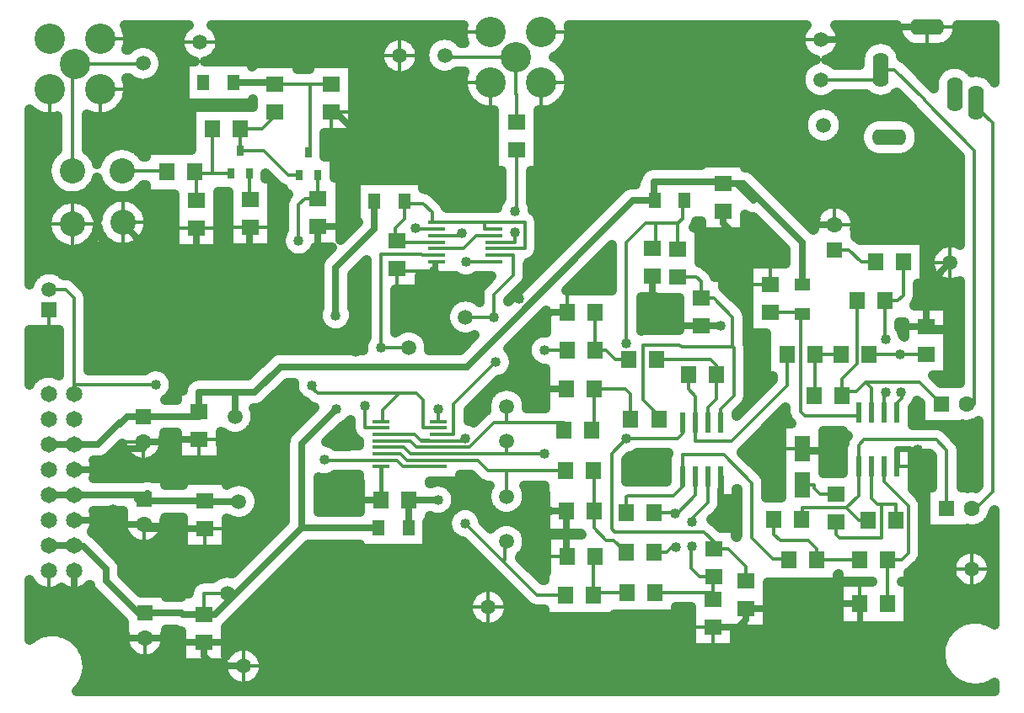
<source format=gbr>
G04 DipTrace 3.3.1.1*
G04 Top.gbr*
%MOIN*%
G04 #@! TF.FileFunction,Copper,L1,Top*
G04 #@! TF.Part,Single*
G04 #@! TA.AperFunction,Conductor*
%ADD14C,0.027559*%
%ADD15C,0.011811*%
%ADD16C,0.023622*%
%ADD17C,0.015748*%
G04 #@! TA.AperFunction,CopperBalancing*
%ADD18C,0.04*%
%ADD19C,0.012992*%
%ADD21R,0.062992X0.070866*%
%ADD22R,0.070866X0.062992*%
G04 #@! TA.AperFunction,ComponentPad*
%ADD23C,0.062992*%
%ADD24R,0.062992X0.062992*%
%ADD26R,0.064961X0.100394*%
G04 #@! TA.AperFunction,ComponentPad*
%ADD27O,0.137795X0.062992*%
%ADD28O,0.062992X0.137795*%
%ADD29R,0.059055X0.059055*%
%ADD30C,0.059055*%
%ADD31R,0.047244X0.062992*%
%ADD32R,0.062992X0.047244*%
G04 #@! TA.AperFunction,ComponentPad*
%ADD33C,0.059055*%
%ADD34C,0.12*%
%ADD35C,0.1*%
%ADD36C,0.065*%
%ADD38R,0.025591X0.041339*%
%ADD39R,0.023622X0.07874*%
%ADD40R,0.070866X0.015748*%
%FSLAX26Y26*%
G04*
G70*
G90*
G75*
G01*
G04 Top*
%LPD*%
X3509289Y2062894D2*
D14*
Y2230490D1*
X3276946Y2462832D1*
X3197925D1*
X3317448Y2395193D2*
X3249808Y2462832D1*
X3197925D1*
X2926448Y2395193D2*
X2922282D1*
Y2469629D1*
X3197925D1*
Y2462832D1*
X1124867Y1559433D2*
Y1637379D1*
X1278004D1*
X1345014D1*
X1445293Y1737657D1*
X2182469D1*
X2840004Y2395193D1*
X2926448D1*
X528988Y1429865D2*
X628988D1*
X723457D1*
X811156Y1517564D1*
Y1509976D1*
X841285Y1540105D1*
X903391D1*
X1124867D1*
Y1559433D1*
X1278004Y1637379D2*
X1266791D1*
Y1540507D1*
X1667306Y1570899D2*
X1529941Y1433534D1*
Y1097963D1*
X1834871D1*
X910106Y761322D2*
X1052769D1*
X1058657Y755433D1*
X1142047D1*
X1187411D1*
X1529941Y1097963D1*
X1664738Y1940837D2*
Y2130458D1*
X1817373Y2283093D1*
Y2393928D1*
X1235551Y840555D2*
D15*
X1142047D1*
Y755433D1*
X910106Y761322D2*
D14*
X882760D1*
X755500Y888581D1*
Y936615D1*
X666273Y1025843D1*
X628988D1*
Y1029865D1*
X528988D1*
X822667Y2309463D2*
X819495Y2306291D1*
X3156991Y705042D2*
X3256490D1*
X3287252Y735804D1*
Y778304D1*
X2277824Y2863031D2*
X2250608D1*
X2241277Y2853701D1*
X3633509Y1403860D2*
X3509433D1*
Y1411449D1*
X1148110Y1094896D2*
X905717D1*
Y1114366D1*
X3909962Y1898646D2*
X3911097Y1897510D1*
X3998934D1*
X3636833Y2300774D2*
X3562496D1*
Y2321638D1*
X3197925Y2352596D2*
Y2305024D1*
X3253934Y2249014D1*
Y2064277D1*
Y2010157D1*
X1595051Y2291663D2*
Y2160580D1*
X1433324D1*
X1324297D1*
X1114629D1*
X965004D1*
X822667Y2302917D1*
Y2309463D1*
X3965420Y1410093D2*
D16*
X3936635D1*
X3933921Y1412807D1*
X3883194D1*
Y1343434D1*
X3735580Y798028D2*
Y709951D1*
X3287252Y778304D2*
D14*
X3435256D1*
X3451976D1*
X3471699Y798028D1*
X3735580D1*
X2428903Y1679652D2*
X2457537Y1651018D1*
X2577629D1*
X2579259Y1952114D2*
X2516130D1*
X2482678Y1918663D1*
X2422858Y1858843D1*
Y1679652D1*
X2428903D1*
X3108980Y1898734D2*
X3003442D1*
X2918406Y1983770D1*
Y2096886D1*
X2577912Y1164563D2*
X2506475D1*
Y1166291D1*
X2579291Y987096D2*
X2577912D1*
Y1164563D1*
X910106Y661322D2*
X1026213D1*
X1010088Y645197D1*
X1142047D1*
Y592908D1*
X1183459Y551496D1*
X1299528D1*
X2052823Y2116458D2*
D17*
Y2154333D1*
X2062021D1*
X1142047Y645197D2*
D14*
X1471969D1*
X1693228Y866457D1*
X3582992Y3031811D2*
X3689496D1*
X3739566Y3081881D1*
X4004369D1*
X3998934Y1897510D2*
Y2053223D1*
X4094803Y2149092D1*
Y1873501D2*
X4088512Y1879793D1*
X3998934D1*
Y1897510D1*
X910106Y661322D2*
X799425D1*
X628988Y831759D1*
Y929865D1*
X905717Y1114366D2*
X731160D1*
X715661Y1129865D1*
X628988D1*
X1908315Y2126913D2*
D15*
Y2116458D1*
X2052823D1*
X1587822Y2153350D2*
D14*
X1595051Y2160580D1*
X1324297D2*
Y2288050D1*
X1326360D1*
X1114629Y2160580D2*
Y2287416D1*
X1114606D1*
X3185340Y1167605D2*
D15*
X3200357D1*
X3185340D2*
D14*
Y1249681D1*
D16*
X3187705D1*
Y1302831D1*
X3108980Y1898734D2*
D14*
X3185493D1*
X1645966Y2744707D2*
X1663274D1*
X1728605Y2679377D1*
Y2349390D1*
X1692840Y2313625D1*
X1670878Y2291663D1*
X1595051D1*
X1694951Y1207735D2*
Y1209238D1*
X1842966D1*
D17*
X1842845D1*
Y1341959D1*
X3383408Y2064277D2*
D15*
X3253934D1*
X1699636Y2306829D2*
D14*
X1692840Y2313625D1*
X3435256Y770178D2*
Y778304D1*
X2483266Y1918075D2*
X2482678Y1918663D1*
X1433324Y2166021D2*
Y2160580D1*
X628988Y1329865D2*
X739827D1*
X823804Y1413843D1*
X903391D1*
Y1440105D1*
X1014505D1*
X1023597Y1449197D1*
X1124867D1*
X1594718Y2495752D2*
D15*
Y2401899D1*
X1595051D1*
X1542490D1*
X1518507Y2377916D1*
Y2236016D1*
X1619415Y1367924D2*
Y1366063D1*
X1728646D1*
Y1367550D1*
X1842845D1*
X1905848D1*
X1928996Y1344402D1*
X1960437D1*
Y1341959D1*
X2071199D1*
X2290360Y2179924D2*
X2367402D1*
Y2100566D1*
X2290421Y2023585D1*
Y1934119D1*
X2298219Y1755449D2*
X2131814Y1589043D1*
Y1469912D1*
X2071192D1*
X2290421Y1934119D2*
X2178004D1*
X632398Y2935762D2*
X902264D1*
Y2938459D1*
X632398Y2935762D2*
X622656D1*
Y2513177D1*
X1842845Y1469912D2*
X1976222D1*
X1999629Y1446505D1*
X2007087D1*
X2004430Y1443849D1*
X2166390D1*
X2176252Y1453711D1*
Y1117220D2*
X2321217Y972256D1*
X2459323Y834150D1*
X2574951D1*
X2007087Y1446505D2*
X2071192Y1444322D1*
X2340785Y1045469D2*
X2334883D1*
Y972256D1*
X2321217D1*
X1781307Y1582583D2*
Y1495503D1*
X1842845D1*
X1843909Y1811890D2*
Y2182772D1*
X2003797D1*
X2006644Y2179924D1*
X2062013D1*
X1843909Y1811890D2*
X1953916D1*
X2817954Y842667D2*
X2685188D1*
Y834150D1*
Y987096D1*
X2689528D1*
X2689495Y1952114D2*
Y1804325D1*
X2690182D1*
X2732458D1*
X2771512Y1765272D1*
X2822106D1*
X2687865Y1651018D2*
X2809984D1*
X2831795Y1629207D1*
Y1530874D1*
X2677379Y1485795D2*
X2687865D1*
Y1651018D1*
X3108980Y2008970D2*
X3159990D1*
X3234875Y1934084D1*
Y1815469D1*
X3032634D1*
X3024202Y1823900D1*
X2879197D1*
Y1606707D1*
X2942031Y1543873D1*
Y1530874D1*
X3234875Y1815469D2*
X3238961Y1811383D1*
Y1621961D1*
X3187705Y1570705D1*
Y1515429D1*
X3017280Y2093579D2*
X3090983D1*
X3108980Y2075581D1*
Y2008970D1*
X3137705Y1515429D2*
Y1576500D1*
X3169744Y1608539D1*
Y1707513D1*
Y1743932D1*
X3148404Y1765272D1*
X2932343D1*
X3059508Y1707513D2*
Y1648461D1*
X3087705Y1620264D1*
Y1515429D1*
Y1441134D1*
X3229365D1*
X3449448Y1661217D1*
Y1787007D1*
X3137705Y1302831D2*
Y1200098D1*
X3060381Y1122774D1*
X3073458D1*
Y1026640D2*
X3070932D1*
Y940622D1*
X3105198Y906356D1*
X3159278D1*
X3156991Y815278D2*
Y842667D1*
X2928190D1*
X3159278Y906356D2*
X3156991D1*
Y815278D1*
X2924982Y1160416D2*
X3007777D1*
Y1157126D1*
X2924299Y1001908D2*
X2972345D1*
X2991907Y1021470D1*
X3008690D1*
X3007777Y1157126D2*
X3015248D1*
X3087705Y1229583D1*
Y1302831D1*
X2688148Y1164563D2*
Y1097873D1*
X2735072Y1050949D1*
X2763399D1*
X2812440Y1001908D1*
X2814063D1*
X2683640Y1324714D2*
X2688148D1*
Y1164563D1*
X1148110Y1205133D2*
D14*
X912512D1*
X905717Y1211928D1*
Y1214366D1*
X1281837Y1203852D2*
X1148110D1*
Y1205133D1*
X905717Y1214366D2*
X881073D1*
Y1229865D1*
X628988D1*
X528988D1*
X1141881Y2861520D2*
D3*
X919852Y1235232D2*
X905717Y1214366D1*
X1278878Y1200892D2*
X1281837Y1203852D1*
X2071192Y1495503D2*
D15*
X2008790D1*
Y1606811D1*
X1984339Y1631262D1*
X1916507D1*
X1849807Y1564563D1*
Y1521093D1*
X1842845D1*
X628988Y1629865D2*
Y1666823D1*
X952825D1*
X1570098Y1664294D2*
Y1654175D1*
X1593010Y1631262D1*
X1916507D1*
X531642Y2042251D2*
X595923D1*
X628988Y2009185D1*
Y1629865D1*
X3037705Y1302831D2*
Y1263203D1*
X3001322Y1226820D1*
X2820323D1*
X2814745Y1221243D1*
Y1160416D1*
X3037705Y1302831D2*
Y1388902D1*
X3198748D1*
X3310276Y1277374D1*
Y1059029D1*
X3392463Y976841D1*
X3457287D1*
Y971283D1*
X3845852Y973348D2*
X3904394D1*
X3929512Y998466D1*
Y1187425D1*
X3833194Y1283743D1*
Y1343434D1*
X3845816Y798028D2*
Y973348D1*
X3845852D1*
X1842845Y1418731D2*
X1935134D1*
X1960724Y1393140D1*
X2071192D1*
X2340785D1*
X2490257D1*
Y1802465D2*
X2565554D1*
X2583728Y1820639D1*
Y1804325D1*
X2579946D1*
X2340785Y1444001D2*
Y1393140D1*
X2378601Y2527940D2*
Y2594583D1*
Y2357982D1*
X2372934Y2352315D1*
Y2269361D2*
X2375025D1*
Y2231105D1*
X2290360D1*
X2062013Y2256696D2*
X2164614D1*
Y2267423D1*
X1842845Y1444322D2*
X1958896D1*
X1984487Y1418731D1*
X2071192D1*
X2193997D1*
X2290024Y1514757D1*
X2340785D1*
X2567143D1*
Y1485795D1*
X2340785Y1580545D2*
Y1514757D1*
X2573404Y1324714D2*
X2343047D1*
X2268407D1*
X2225446Y1367675D1*
X2071192D1*
X1946493D1*
X1921028Y1393140D1*
X1842845D1*
X2071192Y1367675D2*
Y1367550D1*
X2340785Y1223827D2*
Y1324714D1*
X2343047D1*
X4198513Y2784404D2*
X4181790D1*
X4264843Y2701352D1*
Y1242639D1*
X4181488Y1159285D1*
Y1175874D1*
X3662545Y1785466D2*
X3608627D1*
X3607087Y1787007D1*
X3559684D1*
Y1623274D1*
X3555483D1*
X3735615Y973348D2*
X3567524D1*
Y971283D1*
Y1014738D1*
X3534318Y1047944D1*
X3424117D1*
X3398303Y1073757D1*
Y1132088D1*
X2062013Y2205514D2*
X2169682D1*
X2220864Y2256696D1*
X2290360D1*
X2062013Y2282286D2*
X1980474D1*
Y2285581D1*
X2180474Y2154340D2*
X2271143D1*
X2271150Y2154333D1*
X2290360D1*
X3772781Y1785466D2*
X3898010D1*
Y1787230D1*
X3901602Y1636686D2*
Y1623906D1*
X3903398Y1622110D1*
Y1612606D1*
X3883194Y1592403D1*
Y1556033D1*
X3898010Y1787230D2*
X3920860D1*
X3920904Y1787274D1*
X3998934D1*
X1114606Y2397652D2*
Y2498993D1*
X1105552Y2508047D1*
X1248644Y2501328D2*
X1177248D1*
Y2678226D1*
X1105552Y2508047D2*
Y2501328D1*
X1248644D1*
X1952982Y1097963D2*
D14*
Y1209238D1*
X1953202D1*
X2070028Y1570518D2*
X2071192D1*
D15*
Y1521093D1*
X1953202Y1209238D2*
D14*
X1985304D1*
X1986840Y1210773D1*
X2069563D1*
X1326360Y2398286D2*
D15*
X1323448D1*
Y2501328D1*
X3037705Y1515429D2*
Y1473547D1*
X3017150Y1452992D1*
X2814972D1*
X3017280Y2203815D2*
Y2305857D1*
X2928566D1*
X2891155D1*
X2814972Y2229675D1*
Y1831093D1*
X2928566Y2305857D2*
Y2193455D1*
X2918406Y2207122D1*
X3159278Y1016592D2*
X3216266D1*
X3287252Y945606D1*
Y888541D1*
X2814972Y1452992D2*
X2755547Y1393567D1*
Y1096102D1*
X2767610Y1084039D1*
X3120135D1*
X3159278Y1044896D1*
Y1016592D1*
X3017280Y2305857D2*
X3035381Y2323958D1*
Y2395193D1*
X3044558D1*
X1287484Y2678226D2*
X1372234D1*
X1425066Y2731058D1*
Y2747375D1*
X1286046Y2591879D2*
X1287484D1*
Y2678226D1*
X1519915Y2495752D2*
X1475241D1*
X1416130Y2554864D1*
Y2556434D1*
X1380685Y2591879D1*
X1286046D1*
X3509433Y1269717D2*
X3557823D1*
Y1256177D1*
X3579634Y1234366D1*
X3644306D1*
X3819791Y2914261D2*
X3874685D1*
X3992013Y2796933D1*
Y2792469D1*
X4190894Y2593588D1*
Y1590285D1*
X4159467D1*
X3582992Y2874331D2*
X3819791D1*
Y2914261D1*
X3509289Y1944783D2*
X3501916D1*
Y1560877D1*
X3521521Y1541272D1*
X3733194D1*
Y1556033D1*
X3383408Y1954041D2*
X3509289D1*
Y1944783D1*
X3508539Y1132088D2*
Y1135780D1*
X3510130Y1137370D1*
Y1178370D1*
X3684596D1*
X3733194Y1226969D1*
Y1343434D1*
X3684596Y1178370D2*
X3731916Y1131050D1*
X3768566D1*
X3733194Y1343434D2*
Y1426902D1*
X3755005Y1448713D1*
X4038811D1*
X4081488Y1406035D1*
Y1175874D1*
X3665719Y1623274D2*
Y1688709D1*
Y1638673D1*
X3722043D1*
X3760021Y1676651D1*
X3973188D1*
X4059467Y1590371D1*
Y1590285D1*
X3783194Y1556033D2*
Y1653478D1*
X3760021Y1676651D1*
X3665719Y1688709D2*
X3725318Y1748307D1*
Y1998944D1*
X3878802Y1131050D2*
Y1191860D1*
X3823995D1*
X3806499D1*
X3783194Y1215164D1*
Y1343434D1*
X3823995Y1191860D2*
Y1059741D1*
X3657298D1*
X3644306Y1072734D1*
Y1124130D1*
X818963Y2513177D2*
X995316D1*
Y2508047D1*
X3833194Y1556033D2*
Y1637316D1*
X3838774D1*
Y1847504D2*
X3835554Y1850724D1*
Y1998944D1*
X3887280D1*
X3909093Y2020757D1*
Y2151676D1*
X2378601Y2704819D2*
Y2816703D1*
X2377824Y2817480D1*
Y2963031D1*
X2095402D1*
Y2970780D1*
X1557316Y2586303D2*
X1563618D1*
Y2854944D1*
X1645966D1*
X1425066Y2857612D2*
D14*
X1421696D1*
Y2861520D1*
X1259991D1*
X1645966Y2854944D2*
D15*
X1569740D1*
X1567072Y2857612D1*
X1425066D1*
X3636833Y2200774D2*
X3694657D1*
X3743756Y2151676D1*
X3798857D1*
X2290360Y2307877D2*
X2254925D1*
Y2282286D1*
X2290360D1*
X2254925Y2307877D2*
X2062013D1*
X1935483Y2393928D2*
X1937050D1*
Y2323206D1*
X1901587Y2287743D1*
Y2237150D1*
X1908315D1*
X2290360Y2307877D2*
X2412337D1*
Y2205514D1*
X2290360D1*
X1935483Y2393928D2*
Y2384236D1*
X2010266D1*
X2045253Y2349249D1*
Y2307877D1*
X2062013D1*
Y2231105D2*
X1908315D1*
Y2237150D1*
D18*
X1667306Y1570899D3*
X3735580Y709951D3*
D3*
X1587822Y2153350D3*
X3735580Y709951D3*
X3185493Y1898734D3*
X2290421Y1934119D3*
X2298219Y1755449D3*
X2176252Y1453711D3*
Y1117220D3*
X1843909Y1811890D3*
D3*
X3073458Y1122774D3*
Y1026640D3*
X1141881Y2861520D3*
X952825Y1666823D3*
X1570098Y1664294D3*
X2490257Y1393140D3*
Y1802465D3*
X2372934Y2352315D3*
Y2269361D3*
Y2352315D3*
X2814972Y1831093D3*
X3838774Y1637316D3*
Y1847504D3*
X1694951Y1207735D3*
X2874331Y1338898D3*
X1732598Y1457008D3*
X4173543Y1417638D3*
X2389014Y2007390D3*
X2489388Y2156837D3*
X2614892Y2291524D3*
X4094803Y1873501D3*
X2758762Y2407844D3*
X2924059Y2560896D3*
X3116906Y2563958D3*
X1693228Y866457D3*
X3303630Y2560896D3*
X3410766Y2453760D3*
X3634224Y2438454D3*
X3765849Y2404783D3*
X3753605Y2282341D3*
X3921963Y2285402D3*
X4127054Y2309890D3*
X3392400Y3038421D3*
X3401584Y2863941D3*
X3698507Y2790476D3*
X2633259Y3065971D3*
X2624075Y2870063D3*
X2529182Y2713950D3*
X2477144Y2518042D3*
X2471022Y2377234D3*
X2268993Y2413966D3*
X2259810Y2622118D3*
X2201650Y2762927D3*
X1990951Y2756354D3*
X1773102Y2876185D3*
X1766980Y2704766D3*
X1675148Y2514980D3*
X1699636Y2306829D3*
X1785346Y2505798D3*
X1978193Y2514980D3*
X2088391Y2444576D3*
X1032327Y2946589D3*
X943555Y2824147D3*
X882335Y2643545D3*
X713976Y2603752D3*
X704793Y2695583D3*
X542558Y2686400D3*
X548680Y2413966D3*
X536436Y2169081D3*
X698671Y2077249D3*
X702262Y1926348D3*
X802747Y1771144D3*
X824984Y1925438D3*
X1431076Y2079707D3*
X1028608Y1326102D3*
X1018084Y1841424D3*
X1052438Y1772232D3*
X783837Y1172458D3*
X857846Y926293D3*
X1044571Y898743D3*
X1301699Y990575D3*
X1434791Y1140315D3*
X1456022Y1598959D3*
X1347615Y1370146D3*
X1270558Y707769D3*
X1405776Y825278D3*
X1583316Y981392D3*
X1831262Y996697D3*
X2076147Y999759D3*
X2467962Y978331D3*
X2455718Y1244643D3*
X2247566Y1232399D3*
X2293482Y868133D3*
X2532244Y733446D3*
X2801617Y736508D3*
X2994463D3*
X3435256Y770178D3*
X3530148Y862010D3*
X3634224Y712018D3*
X3970940Y760996D3*
X4013795Y932415D3*
X4041344Y1051797D3*
X3257714Y1559932D3*
X3361790Y1691556D3*
X3343424Y1853793D3*
X3438316Y1523198D3*
X3401584Y1229337D3*
X3300568Y1419123D3*
X2755701Y2199692D3*
X2749579Y2071127D3*
X2614892Y2052761D3*
X2483266Y1918075D3*
X2373068Y1804816D3*
X2216955Y1559932D3*
X2951609Y1379329D3*
X1433324Y2166021D3*
X1222112Y2199692D3*
X1010899D3*
X873151Y2413966D3*
X1444136Y1351727D3*
X1232807Y1850980D3*
X1276163Y1729886D3*
X1428022Y1803963D3*
X1742852Y1796555D3*
X1531731Y1803963D3*
X1768778Y2066938D3*
X1572474Y2011381D3*
X1235420Y1959526D3*
X1005780Y1948415D3*
X853921Y2115089D3*
X1078865Y2086269D3*
X3172549Y2133608D3*
X3139214Y2255836D3*
X3324407Y2315098D3*
X3428115Y2203982D3*
X1664738Y1940837D3*
X2428903Y1679652D3*
X2506475Y1166291D3*
X3633509Y1403860D3*
X3909962Y1898646D3*
X3965420Y1410093D3*
X3562496Y2321638D3*
X3253934Y2010157D3*
X3008690Y1021470D3*
X3007777Y1157126D3*
X3901602Y1636686D3*
X3898010Y1787230D3*
X2052823Y2116458D3*
X2814972Y1452992D3*
X3185340Y1167605D3*
X1518507Y2236016D3*
X1619415Y1367924D3*
X1781307Y1582583D3*
X2164614Y2267423D3*
X1980474Y2285581D3*
X2180474Y2154340D3*
X2069563Y1210773D3*
X2070028Y1570518D3*
X846998Y3050682D2*
X1046911D1*
X1207527D2*
X2077362D1*
X2113459D2*
X2162910D1*
X2592728D2*
X3500098D1*
X3665881D2*
X3885961D1*
X4122794D2*
X4267661D1*
X942953Y3010814D2*
X1043036D1*
X1211402D2*
X1844868D1*
X1991489D2*
X2020844D1*
X2580456D2*
X3500636D1*
X3665342D2*
X3757423D1*
X3882155D2*
X3919907D1*
X4088848D2*
X4267661D1*
X980595Y2970945D2*
X1061086D1*
X1193317D2*
X1833062D1*
X2544859D2*
X3525360D1*
X3640618D2*
X3734960D1*
X3904618D2*
X4267661D1*
X987054Y2931076D2*
X1062665D1*
X1516095D2*
X1554924D1*
X1736998D2*
X1842284D1*
X1994072D2*
X2020665D1*
X2570265D2*
X3521018D1*
X3943194D2*
X4076685D1*
X4148236D2*
X4267661D1*
X972198Y2891207D2*
X1062665D1*
X1736998D2*
X1890010D1*
X1946310D2*
X2075603D1*
X2115217D2*
X2165852D1*
X2589822D2*
X3499631D1*
X3983061D2*
X4034019D1*
X846891Y2851339D2*
X1062665D1*
X1736998D2*
X2162838D1*
X2592800D2*
X3501174D1*
X845312Y2811470D2*
X1062665D1*
X1736998D2*
X2174859D1*
X2580815D2*
X3527693D1*
X3638286D2*
X3764528D1*
X827693Y2771601D2*
X1334021D1*
X1736998D2*
X2209846D1*
X2545828D2*
X3564438D1*
X3621779D2*
X3932036D1*
X457404Y2731732D2*
X487979D1*
X776809D2*
X1090152D1*
X1736998D2*
X2287571D1*
X2469645D2*
X3517107D1*
X3669074D2*
X3967418D1*
X457404Y2691864D2*
X561147D1*
X684156D2*
X1090152D1*
X1736998D2*
X2287571D1*
X2469645D2*
X3507992D1*
X3678189D2*
X3743823D1*
X3965549D2*
X4007285D1*
X457404Y2651995D2*
X561147D1*
X684156D2*
X1090152D1*
X1625721D2*
X2287571D1*
X2469645D2*
X3519870D1*
X3666311D2*
X3730367D1*
X3978970D2*
X4047152D1*
X457404Y2612126D2*
X561147D1*
X684156D2*
X791918D1*
X846030D2*
X1090152D1*
X1625721D2*
X2287571D1*
X2469645D2*
X3737508D1*
X3971865D2*
X4087020D1*
X457404Y2572257D2*
X535992D1*
X709311D2*
X732315D1*
X1625721D2*
X2287571D1*
X2469645D2*
X3775473D1*
X3933900D2*
X4126887D1*
X457404Y2532388D2*
X518876D1*
X1663112D2*
X2287571D1*
X2469645D2*
X2899971D1*
X3288953D2*
X4129399D1*
X457404Y2492520D2*
X519163D1*
X1663112D2*
X2317104D1*
X2440113D2*
X2857053D1*
X3343712D2*
X4129399D1*
X457404Y2452651D2*
X537069D1*
X708270D2*
X733355D1*
X1686078D2*
X1738148D1*
X2014706D2*
X2317104D1*
X2440113D2*
X2804806D1*
X3383580D2*
X4129399D1*
X457404Y2412782D2*
X603060D1*
X642243D2*
X799346D1*
X838566D2*
X1023587D1*
X1205625D2*
X1235339D1*
X1417378D2*
X1468766D1*
X1686078D2*
X1738148D1*
X2067061D2*
X2317104D1*
X2440113D2*
X2761135D1*
X3423447D2*
X4129399D1*
X457404Y2372913D2*
X545860D1*
X699478D2*
X739312D1*
X906028D2*
X1023587D1*
X1205625D2*
X1235339D1*
X1417378D2*
X1456996D1*
X1686078D2*
X1738148D1*
X2101653D2*
X2300346D1*
X2445495D2*
X2721267D1*
X3463314D2*
X3591603D1*
X3682064D2*
X4129399D1*
X457404Y2333045D2*
X521890D1*
X925477D2*
X1023587D1*
X1205625D2*
X1235339D1*
X1417378D2*
X1456996D1*
X1686078D2*
X1738148D1*
X2468031D2*
X2681400D1*
X3503182D2*
X3556257D1*
X3717410D2*
X4129399D1*
X457404Y2293176D2*
X517440D1*
X926948D2*
X1023587D1*
X1205625D2*
X1235339D1*
X1417378D2*
X1456996D1*
X1686078D2*
X1731007D1*
X2473844D2*
X2641533D1*
X3288953D2*
X3350138D1*
X3723582D2*
X4129399D1*
X457404Y2253307D2*
X529497D1*
X911339D2*
X1023587D1*
X1205625D2*
X1235339D1*
X1417378D2*
X1445011D1*
X2473844D2*
X2601665D1*
X3108312D2*
X3390005D1*
X3723941D2*
X4129399D1*
X457404Y2213438D2*
X568970D1*
X676369D2*
X785459D1*
X859845D2*
X1023587D1*
X1205625D2*
X1235339D1*
X1417378D2*
X1446554D1*
X2473844D2*
X2561798D1*
X3108312D2*
X3429873D1*
X3996195D2*
X4041411D1*
X457404Y2173570D2*
X1479495D1*
X1557541D2*
X1611585D1*
X2464155D2*
X2521931D1*
X2714842D2*
X2753456D1*
X3108312D2*
X3439920D1*
X457404Y2133701D2*
X1595437D1*
X2428917D2*
X2482064D1*
X2674975D2*
X2753456D1*
X3136194D2*
X3292364D1*
X625342Y2093832D2*
X1595365D1*
X1734127D2*
X1782394D1*
X1999347D2*
X2138185D1*
X2222762D2*
X2275335D1*
X2635107D2*
X2753456D1*
X3167521D2*
X3292364D1*
X3996195D2*
X4031399D1*
X669551Y2053963D2*
X1595365D1*
X1734127D2*
X1782394D1*
X1999347D2*
X2237585D1*
X2595240D2*
X2753456D1*
X3199996D2*
X3292364D1*
X3970609D2*
X4129399D1*
X690292Y2014094D2*
X1595365D1*
X1734127D2*
X1782394D1*
X1905402D2*
X2160362D1*
X2195634D2*
X2228901D1*
X3240187D2*
X3292364D1*
X3970214D2*
X4129399D1*
X690507Y1974226D2*
X1595365D1*
X1734127D2*
X1782394D1*
X1905402D2*
X2103485D1*
X2876464D2*
X3017958D1*
X4089960D2*
X4129399D1*
X690507Y1934357D2*
X1589444D1*
X1740048D2*
X1782394D1*
X1905402D2*
X2092864D1*
X2876464D2*
X3017958D1*
X4089960D2*
X4129399D1*
X690507Y1894488D2*
X1606166D1*
X1723326D2*
X1782394D1*
X1905402D2*
X2103198D1*
X2435771D2*
X2492147D1*
X2876464D2*
X3017958D1*
X4089960D2*
X4129399D1*
X457404Y1854619D2*
X567499D1*
X690507D2*
X1782394D1*
X2026870D2*
X2157850D1*
X2395903D2*
X2437208D1*
X3296381D2*
X3362338D1*
X4089960D2*
X4129399D1*
X457404Y1814751D2*
X567499D1*
X690507D2*
X1768363D1*
X2038999D2*
X2163089D1*
X2356036D2*
X2415714D1*
X3300364D2*
X3362338D1*
X4089960D2*
X4129399D1*
X457404Y1774882D2*
X567499D1*
X690507D2*
X1386053D1*
X2371143D2*
X2420199D1*
X3300472D2*
X3362338D1*
X4089960D2*
X4129399D1*
X457404Y1735013D2*
X567499D1*
X690507D2*
X926986D1*
X978657D2*
X1346185D1*
X2370856D2*
X2462255D1*
X3300472D2*
X3362338D1*
X4089960D2*
X4129399D1*
X1022580Y1695144D2*
X1090259D1*
X2340821D2*
X2490532D1*
X3300472D2*
X3387924D1*
X4040009D2*
X4129399D1*
X1027496Y1655276D2*
X1058000D1*
X1459362D2*
X1495069D1*
X2283371D2*
X2305226D1*
X2376347D2*
X2490532D1*
X3300472D2*
X3358176D1*
X1006647Y1615407D2*
X1033850D1*
X1419495D2*
X1513801D1*
X2243503D2*
X2263529D1*
X2418044D2*
X2490532D1*
X1370226Y1575538D2*
X1574804D1*
X2203636D2*
X2255814D1*
X2425759D2*
X2490532D1*
X3951375D2*
X3972370D1*
X1351781Y1535669D2*
X1535618D1*
X2193337D2*
X2225599D1*
X3409237D2*
X3446236D1*
X3950622D2*
X3972370D1*
X1338504Y1495801D2*
X1495751D1*
X1688662D2*
X1719812D1*
X3369370D2*
X3421368D1*
X4075822D2*
X4203320D1*
X988956Y1455932D2*
X1033850D1*
X1215888D2*
X1464532D1*
X1648795D2*
X1735565D1*
X3329502D2*
X3421368D1*
X3597521D2*
X3679555D1*
X4116909D2*
X4203320D1*
X986947Y1416063D2*
X1033850D1*
X1215888D2*
X1460548D1*
X3289635D2*
X3421368D1*
X3597521D2*
X3665775D1*
X4142100D2*
X4203320D1*
X764788Y1376194D2*
X846283D1*
X960500D2*
X1033850D1*
X1215888D2*
X1460548D1*
X2823499D2*
X2970304D1*
X3296776D2*
X3421368D1*
X3597521D2*
X3665775D1*
X3950622D2*
X4019988D1*
X4142997D2*
X4203320D1*
X716846Y1336325D2*
X1460548D1*
X2817040D2*
X2970304D1*
X3336643D2*
X3421368D1*
X3597521D2*
X3665775D1*
X3950622D2*
X4019988D1*
X4142997D2*
X4203320D1*
X710172Y1296457D2*
X818616D1*
X992796D2*
X1460548D1*
X1627778D2*
X1751820D1*
X2162226D2*
X2211353D1*
X2817040D2*
X2970304D1*
X3368508D2*
X3421368D1*
X3950622D2*
X4019988D1*
X4142997D2*
X4203320D1*
X1347475Y1256588D2*
X1460548D1*
X1599310D2*
X1755875D1*
X2128602D2*
X2262560D1*
X2419013D2*
X2486298D1*
X3371774D2*
X3421368D1*
X3950622D2*
X3994403D1*
X1365955Y1216719D2*
X1460548D1*
X1599310D2*
X1755875D1*
X2144929D2*
X2255957D1*
X2425616D2*
X2490819D1*
X1362331Y1176850D2*
X1460548D1*
X1599310D2*
X1755660D1*
X2219891D2*
X2270634D1*
X2410939D2*
X2490819D1*
X3194291D2*
X3248765D1*
X716775Y1136982D2*
X818616D1*
X992796D2*
X1057067D1*
X1331758D2*
X1460548D1*
X2040291D2*
X2103449D1*
X2249065D2*
X2490819D1*
X3159914D2*
X3248765D1*
X710459Y1097113D2*
X820446D1*
X991002D2*
X1057067D1*
X1239141D2*
X1432630D1*
X2032217D2*
X2103521D1*
X2407350D2*
X2490819D1*
X4211966D2*
X4267661D1*
X731344Y1057244D2*
X841367D1*
X970081D2*
X1057067D1*
X1239141D2*
X1392763D1*
X2032217D2*
X2133162D1*
X2425041D2*
X2492183D1*
X3991027D2*
X4267661D1*
X771211Y1017375D2*
X1057067D1*
X1239141D2*
X1352896D1*
X1545807D2*
X1755660D1*
X2032217D2*
X2190756D1*
X2420879D2*
X2492183D1*
X3991027D2*
X4267661D1*
X810504Y977507D2*
X1313028D1*
X1505940D2*
X2230623D1*
X2401286D2*
X2492183D1*
X3987044D2*
X4104962D1*
X824858Y937638D2*
X1273161D1*
X1466072D2*
X2270526D1*
X2441153D2*
X2492183D1*
X3953995D2*
X4093479D1*
X842764Y897769D2*
X1132280D1*
X1426205D2*
X2310394D1*
X3932931D2*
X4102988D1*
X457404Y857900D2*
X481484D1*
X882631D2*
X1083226D1*
X1386338D2*
X2229152D1*
X2307198D2*
X2350261D1*
X3378269D2*
X3648479D1*
X3932895D2*
X4152257D1*
X4204933D2*
X4267661D1*
X457404Y818031D2*
X729587D1*
X1346470D2*
X2190217D1*
X2346168D2*
X2390128D1*
X3378269D2*
X3648479D1*
X3932895D2*
X4267661D1*
X457404Y778163D2*
X769455D1*
X1306603D2*
X2183328D1*
X2353058D2*
X2442196D1*
X3015300D2*
X3065971D1*
X3378269D2*
X3648479D1*
X3932895D2*
X4267661D1*
X457404Y738294D2*
X809322D1*
X1266736D2*
X2197645D1*
X2338704D2*
X3065971D1*
X3378269D2*
X3648479D1*
X3932895D2*
X4172998D1*
X4215016D2*
X4267661D1*
X457404Y698425D2*
X822994D1*
X1233076D2*
X3065971D1*
X3378269D2*
X4091828D1*
X634995Y658556D2*
X823066D1*
X997174D2*
X1051002D1*
X1233076D2*
X3065971D1*
X3248009D2*
X4064269D1*
X668618Y618688D2*
X834764D1*
X985440D2*
X1051002D1*
X1348982D2*
X4052894D1*
X683438Y578819D2*
X896198D1*
X924006D2*
X1051002D1*
X1379914D2*
X4053576D1*
X685735Y538950D2*
X1215388D1*
X1383682D2*
X4066530D1*
X676082Y499081D2*
X1233617D1*
X1365453D2*
X4096744D1*
X651286Y459213D2*
X4267661D1*
X1031643Y2595080D2*
X1094117D1*
X1094152Y2765259D1*
X1338033Y2765329D1*
Y2796154D1*
X1335213Y2788448D1*
Y2778423D1*
X1066659D1*
Y2944616D1*
X1106070Y2944806D1*
X1097355Y2947696D1*
X1089023Y2951552D1*
X1081180Y2956325D1*
X1073926Y2961953D1*
X1067354Y2968365D1*
X1061550Y2975479D1*
X1056586Y2983203D1*
X1052526Y2991438D1*
X1049424Y3000080D1*
X1047317Y3009016D1*
X1046234Y3018133D1*
X1046188Y3027315D1*
X1047179Y3036442D1*
X1049196Y3045400D1*
X1052212Y3054072D1*
X1056188Y3062348D1*
X1061074Y3070121D1*
X1066807Y3077293D1*
X1073313Y3083771D1*
X1080510Y3089472D1*
X1082079Y3090548D1*
X829655Y3090551D1*
X834191Y3081509D1*
X838206Y3071247D1*
X841190Y3060640D1*
X843113Y3049790D1*
X843956Y3038803D1*
X843756Y3028419D1*
X842489Y3017473D1*
X840148Y3006705D1*
X836758Y2996220D1*
X835586Y2993265D1*
X849576Y3000149D1*
X854578Y3004093D1*
X859875Y3007632D1*
X865433Y3010745D1*
X871218Y3013411D1*
X877194Y3015616D1*
X883325Y3017345D1*
X889573Y3018588D1*
X895899Y3019337D1*
X902264Y3019587D1*
X908629Y3019337D1*
X914955Y3018588D1*
X921203Y3017345D1*
X927334Y3015616D1*
X933310Y3013411D1*
X939095Y3010745D1*
X944653Y3007632D1*
X949949Y3004093D1*
X954952Y3000149D1*
X959630Y2995825D1*
X963954Y2991147D1*
X967897Y2986145D1*
X971436Y2980848D1*
X974549Y2975290D1*
X977216Y2969505D1*
X979421Y2963529D1*
X981150Y2957398D1*
X982393Y2951150D1*
X983141Y2944825D1*
X983391Y2938459D1*
X983141Y2932094D1*
X982393Y2925768D1*
X981150Y2919520D1*
X979421Y2913390D1*
X977216Y2907413D1*
X974549Y2901628D1*
X971436Y2896070D1*
X967897Y2890774D1*
X963954Y2885771D1*
X959630Y2881093D1*
X954952Y2876769D1*
X949949Y2872826D1*
X944653Y2869287D1*
X939095Y2866174D1*
X933310Y2863507D1*
X927334Y2861302D1*
X921203Y2859573D1*
X914955Y2858331D1*
X908629Y2857582D1*
X902264Y2857332D1*
X895899Y2857582D1*
X889573Y2858331D1*
X883325Y2859573D1*
X877194Y2861302D1*
X871218Y2863507D1*
X865433Y2866174D1*
X859875Y2869287D1*
X854578Y2872826D1*
X847949Y2878273D1*
X835642Y2878133D1*
X839317Y2867745D1*
X841950Y2857045D1*
X843514Y2846137D1*
X843998Y2835762D1*
X843454Y2824757D1*
X841827Y2813858D1*
X839133Y2803173D1*
X835399Y2792806D1*
X830661Y2782858D1*
X824965Y2773425D1*
X818366Y2764601D1*
X810929Y2756469D1*
X802727Y2749111D1*
X793838Y2742598D1*
X784351Y2736993D1*
X774358Y2732351D1*
X763955Y2728717D1*
X753245Y2726127D1*
X742331Y2724605D1*
X731321Y2724168D1*
X720321Y2724818D1*
X709438Y2726550D1*
X698780Y2729346D1*
X688449Y2733180D1*
X680157Y2737144D1*
X680162Y2596908D1*
X688640Y2590434D1*
X694498Y2585019D1*
X699913Y2579161D1*
X704852Y2572896D1*
X709284Y2566263D1*
X713182Y2559303D1*
X716522Y2552058D1*
X719284Y2544573D1*
X720781Y2539265D1*
X725097Y2552058D1*
X728437Y2559303D1*
X732335Y2566263D1*
X736767Y2572896D1*
X741706Y2579161D1*
X747121Y2585019D1*
X752979Y2590434D1*
X759244Y2595373D1*
X765877Y2599805D1*
X772838Y2603703D1*
X780083Y2607043D1*
X787567Y2609805D1*
X795245Y2611970D1*
X803070Y2613526D1*
X810992Y2614464D1*
X818963Y2614777D1*
X826935Y2614464D1*
X834857Y2613526D1*
X842681Y2611970D1*
X850359Y2609805D1*
X857844Y2607043D1*
X865089Y2603703D1*
X872049Y2599805D1*
X878682Y2595373D1*
X884947Y2590434D1*
X890805Y2585019D1*
X896221Y2579161D1*
X902631Y2570694D1*
X912226Y2570683D1*
X912220Y2595080D1*
X1031643D1*
X1027564Y2421014D2*
X912220D1*
Y2455642D1*
X902699Y2455672D1*
X896221Y2447193D1*
X890805Y2441335D1*
X884947Y2435920D1*
X878682Y2430981D1*
X872049Y2426549D1*
X865089Y2422651D1*
X857844Y2419311D1*
X850359Y2416550D1*
X842681Y2414384D1*
X834857Y2412828D1*
X826935Y2411890D1*
X818963Y2411577D1*
X810992Y2411890D1*
X803070Y2412828D1*
X795245Y2414384D1*
X787567Y2416550D1*
X780083Y2419311D1*
X772838Y2422651D1*
X765877Y2426549D1*
X759244Y2430981D1*
X752979Y2435920D1*
X747121Y2441335D1*
X741706Y2447193D1*
X736767Y2453458D1*
X732335Y2460091D1*
X728437Y2467052D1*
X725097Y2474297D1*
X722336Y2481781D1*
X720839Y2487090D1*
X716522Y2474297D1*
X713182Y2467052D1*
X709284Y2460091D1*
X704852Y2453458D1*
X699913Y2447193D1*
X694498Y2441335D1*
X688640Y2435920D1*
X682375Y2430981D1*
X675742Y2426549D1*
X668782Y2422651D1*
X661537Y2419311D1*
X654052Y2416550D1*
X646374Y2414384D1*
X638550Y2412828D1*
X630628Y2411890D1*
X622656Y2411577D1*
X614685Y2411890D1*
X606762Y2412828D1*
X598938Y2414384D1*
X591260Y2416550D1*
X583776Y2419311D1*
X576531Y2422651D1*
X569570Y2426549D1*
X562937Y2430981D1*
X556672Y2435920D1*
X550814Y2441335D1*
X545399Y2447193D1*
X540460Y2453458D1*
X536028Y2460091D1*
X532130Y2467052D1*
X528790Y2474297D1*
X526029Y2481781D1*
X523863Y2489459D1*
X522307Y2497283D1*
X521369Y2505206D1*
X521056Y2513177D1*
X521369Y2521149D1*
X522307Y2529071D1*
X523863Y2536895D1*
X526029Y2544573D1*
X528790Y2552058D1*
X532130Y2559303D1*
X536028Y2566263D1*
X540460Y2572896D1*
X545399Y2579161D1*
X550814Y2585019D1*
X556672Y2590434D1*
X565140Y2596845D1*
X565151Y2729092D1*
X555047Y2726485D1*
X544160Y2724784D1*
X533158Y2724165D1*
X522149Y2724634D1*
X511239Y2726187D1*
X500536Y2728807D1*
X490144Y2732471D1*
X480164Y2737141D1*
X470693Y2742773D1*
X461823Y2749311D1*
X453641Y2756693D1*
X453384Y2756953D1*
X453386Y2063630D1*
X456690Y2073297D1*
X459357Y2079082D1*
X462469Y2084640D1*
X466008Y2089936D1*
X469952Y2094939D1*
X474276Y2099617D1*
X478954Y2103941D1*
X483956Y2107884D1*
X489253Y2111423D1*
X494811Y2114536D1*
X500596Y2117203D1*
X506572Y2119408D1*
X512703Y2121137D1*
X518951Y2122379D1*
X525277Y2123128D1*
X531642Y2123378D1*
X538007Y2123128D1*
X544333Y2122379D1*
X550581Y2121137D1*
X556712Y2119408D1*
X562688Y2117203D1*
X568473Y2114536D1*
X574031Y2111423D1*
X579327Y2107884D1*
X584330Y2103941D1*
X588843Y2099769D1*
X600434Y2099579D1*
X609347Y2098167D1*
X617929Y2095379D1*
X625969Y2091282D1*
X633269Y2085978D1*
X649577Y2069922D1*
X672716Y2046532D1*
X678020Y2039232D1*
X682116Y2031191D1*
X684905Y2022609D1*
X686316Y2013697D1*
X686494Y1990812D1*
Y1724300D1*
X910141Y1724328D1*
X915415Y1727872D1*
X925425Y1732973D1*
X936111Y1736445D1*
X947208Y1738202D1*
X958443D1*
X969540Y1736445D1*
X980226Y1732973D1*
X990236Y1727872D1*
X999326Y1721268D1*
X1007271Y1713323D1*
X1013874Y1704234D1*
X1018975Y1694223D1*
X1022447Y1683538D1*
X1024205Y1672441D1*
Y1661205D1*
X1022447Y1650108D1*
X1018975Y1639423D1*
X1013874Y1629412D1*
X1007271Y1620322D1*
X999326Y1612378D1*
X990236Y1605774D1*
X989719Y1605484D1*
X1037849Y1605485D1*
X1037835Y1642529D1*
X1059688D1*
X1061294Y1652642D1*
X1064465Y1662399D1*
X1069122Y1671540D1*
X1075152Y1679840D1*
X1082407Y1687094D1*
X1090707Y1693125D1*
X1099848Y1697782D1*
X1109605Y1700953D1*
X1119738Y1702557D1*
X1143240Y1702759D1*
X1317943D1*
X1402832Y1787372D1*
X1411132Y1793403D1*
X1420273Y1798060D1*
X1430030Y1801231D1*
X1440163Y1802835D1*
X1463665Y1803037D1*
X1772879D1*
X1772309Y1811890D1*
X1773191Y1823090D1*
X1775814Y1834015D1*
X1780113Y1844395D1*
X1785984Y1853975D1*
X1786405Y1854510D1*
X1786404Y2159643D1*
X1730111Y2103370D1*
X1730117Y1970020D1*
X1732833Y1962963D1*
X1735456Y1952038D1*
X1736338Y1940837D1*
X1735456Y1929637D1*
X1732833Y1918712D1*
X1728534Y1908332D1*
X1722663Y1898752D1*
X1715366Y1890208D1*
X1706823Y1882912D1*
X1697243Y1877041D1*
X1686863Y1872742D1*
X1675938Y1870119D1*
X1664738Y1869237D1*
X1653537Y1870119D1*
X1642612Y1872742D1*
X1632232Y1877041D1*
X1622652Y1882912D1*
X1614109Y1890208D1*
X1606812Y1898752D1*
X1600941Y1908332D1*
X1596642Y1918712D1*
X1594019Y1929637D1*
X1593138Y1940837D1*
X1594019Y1952038D1*
X1596642Y1962963D1*
X1599351Y1969893D1*
X1599560Y2135588D1*
X1601164Y2145721D1*
X1604335Y2155478D1*
X1608992Y2164619D1*
X1615023Y2172919D1*
X1631499Y2189680D1*
X1650402Y2208583D1*
X1584630Y2208566D1*
X1579556Y2198605D1*
X1572952Y2189515D1*
X1565007Y2181571D1*
X1555917Y2174967D1*
X1545907Y2169866D1*
X1535221Y2166394D1*
X1524124Y2164636D1*
X1512889D1*
X1501792Y2166394D1*
X1491106Y2169866D1*
X1481096Y2174967D1*
X1472006Y2181571D1*
X1464061Y2189515D1*
X1457458Y2198605D1*
X1452357Y2208616D1*
X1448885Y2219301D1*
X1447127Y2230398D1*
Y2241633D1*
X1448885Y2252730D1*
X1452357Y2263416D1*
X1457458Y2273427D1*
X1461002Y2278636D1*
X1461178Y2382428D1*
X1462590Y2391340D1*
X1465378Y2399922D1*
X1469475Y2407963D1*
X1474779Y2415263D1*
X1477857Y2418591D1*
X1474074Y2423483D1*
X1455519D1*
Y2441748D1*
X1449134Y2444514D1*
X1441441Y2449229D1*
X1434579Y2455089D1*
X1413392Y2476277D1*
X1413393Y2204954D1*
X1239327D1*
Y2429050D1*
X1201620Y2429059D1*
X1201639Y2204320D1*
X1027573D1*
Y2421024D1*
X1568119Y2938040D2*
X1732999D1*
Y2661611D1*
X1621119D1*
X1621712Y2658572D1*
Y2568037D1*
X1659113Y2568021D1*
Y2485021D1*
X1682084Y2484995D1*
Y2240272D1*
X1752000Y2310181D1*
X1751993Y2310832D1*
X1742151Y2310831D1*
Y2477024D1*
X2010705D1*
Y2441749D1*
X2019262Y2441034D1*
X2028037Y2438927D1*
X2036373Y2435474D1*
X2044067Y2430759D1*
X2050929Y2424899D1*
X2088981Y2386596D1*
X2094285Y2379296D1*
X2098388Y2371239D1*
X2103589Y2367350D1*
X2149046D1*
Y2365377D1*
X2203361Y2365382D1*
X2203327Y2367350D1*
X2302905D1*
X2304839Y2374441D1*
X2309138Y2384821D1*
X2315009Y2394400D1*
X2321098Y2401638D1*
X2321095Y2511458D1*
X2291568Y2511486D1*
X2291411Y2752262D1*
X2280421Y2751462D1*
X2269406Y2751749D1*
X2258473Y2753122D1*
X2247728Y2755566D1*
X2237277Y2759058D1*
X2227221Y2763564D1*
X2217658Y2769039D1*
X2208682Y2775430D1*
X2200380Y2782676D1*
X2192833Y2790705D1*
X2186115Y2799439D1*
X2180291Y2808793D1*
X2175417Y2818676D1*
X2171542Y2828991D1*
X2168703Y2839639D1*
X2166928Y2850514D1*
X2166235Y2861511D1*
X2166629Y2872523D1*
X2168107Y2883443D1*
X2170654Y2894163D1*
X2174247Y2904580D1*
X2174637Y2905530D1*
X2143608Y2905526D1*
X2137791Y2901607D1*
X2132233Y2898494D1*
X2126448Y2895827D1*
X2120471Y2893623D1*
X2114340Y2891894D1*
X2108093Y2890651D1*
X2101767Y2889902D1*
X2095402Y2889652D1*
X2089036Y2889902D1*
X2082710Y2890651D1*
X2076463Y2891894D1*
X2070332Y2893623D1*
X2064355Y2895827D1*
X2058570Y2898494D1*
X2053013Y2901607D1*
X2047716Y2905146D1*
X2042713Y2909090D1*
X2038036Y2913414D1*
X2033712Y2918091D1*
X2029768Y2923094D1*
X2026229Y2928390D1*
X2023116Y2933948D1*
X2020449Y2939733D1*
X2018245Y2945710D1*
X2016516Y2951841D1*
X2015273Y2958088D1*
X2014524Y2964414D1*
X2014274Y2970780D1*
X2014524Y2977145D1*
X2015273Y2983471D1*
X2016516Y2989718D1*
X2018245Y2995849D1*
X2020449Y3001826D1*
X2023116Y3007611D1*
X2026229Y3013169D1*
X2029768Y3018465D1*
X2033712Y3023468D1*
X2038036Y3028145D1*
X2042713Y3032469D1*
X2047716Y3036413D1*
X2053013Y3039952D1*
X2058570Y3043065D1*
X2064355Y3045732D1*
X2070332Y3047936D1*
X2076463Y3049666D1*
X2082710Y3050908D1*
X2089036Y3051657D1*
X2095402Y3051907D1*
X2101767Y3051657D1*
X2108093Y3050908D1*
X2114340Y3049666D1*
X2120471Y3047936D1*
X2126448Y3045732D1*
X2132233Y3043065D1*
X2137791Y3039952D1*
X2143087Y3036413D1*
X2148090Y3032469D1*
X2152767Y3028145D1*
X2159387Y3020556D1*
X2174598Y3020537D1*
X2170996Y3030746D1*
X2168333Y3041438D1*
X2166737Y3052341D1*
X2166225Y3063348D1*
X2166800Y3074353D1*
X2168457Y3085246D1*
X2169606Y3090551D1*
X1172349D1*
X1179482Y3085172D1*
X1186157Y3078868D1*
X1192077Y3071851D1*
X1197167Y3064209D1*
X1201360Y3056041D1*
X1204604Y3047452D1*
X1206856Y3038551D1*
X1208088Y3029452D1*
X1208314Y3021294D1*
X1207587Y3012142D1*
X1205831Y3003130D1*
X1203067Y2994374D1*
X1199332Y2985987D1*
X1194673Y2978075D1*
X1189150Y2970741D1*
X1182834Y2964077D1*
X1175805Y2958170D1*
X1168153Y2953095D1*
X1159978Y2948917D1*
X1151382Y2945689D1*
X1147621Y2944616D1*
X1335213D1*
Y2926925D1*
X1338033Y2930683D1*
Y2940708D1*
X1512099D1*
Y2915122D1*
X1558950Y2915117D1*
X1558933Y2938040D1*
X1568119D1*
X1995348Y2094857D2*
Y2043817D1*
X1901410D1*
X1901415Y1873773D1*
X1911527Y1881062D1*
X1917085Y1884175D1*
X1922870Y1886842D1*
X1928846Y1889047D1*
X1934977Y1890776D1*
X1941225Y1892019D1*
X1947551Y1892767D1*
X1953916Y1893017D1*
X1960281Y1892767D1*
X1966607Y1892019D1*
X1972855Y1890776D1*
X1978986Y1889047D1*
X1984962Y1886842D1*
X1990747Y1884175D1*
X1996305Y1881062D1*
X2001602Y1877523D1*
X2006604Y1873580D1*
X2011282Y1869256D1*
X2015606Y1864578D1*
X2019550Y1859575D1*
X2023089Y1854279D1*
X2026201Y1848721D1*
X2028868Y1842936D1*
X2031073Y1836960D1*
X2032802Y1830829D1*
X2034045Y1824581D1*
X2034793Y1818255D1*
X2035044Y1811890D1*
X2034498Y1803029D1*
X2155405Y1803037D1*
X2213553Y1861202D1*
X2203074Y1856963D1*
X2196943Y1855233D1*
X2190695Y1853991D1*
X2184369Y1853242D1*
X2178004Y1852992D1*
X2171639Y1853242D1*
X2165313Y1853991D1*
X2159065Y1855233D1*
X2152934Y1856963D1*
X2146958Y1859167D1*
X2141173Y1861834D1*
X2135615Y1864947D1*
X2130318Y1868486D1*
X2125316Y1872430D1*
X2120638Y1876754D1*
X2116314Y1881431D1*
X2112370Y1886434D1*
X2108831Y1891730D1*
X2105719Y1897288D1*
X2103052Y1903073D1*
X2100847Y1909050D1*
X2099118Y1915181D1*
X2097875Y1921428D1*
X2097126Y1927754D1*
X2096876Y1934119D1*
X2097126Y1940485D1*
X2097875Y1946811D1*
X2099118Y1953058D1*
X2100847Y1959189D1*
X2103052Y1965166D1*
X2105719Y1970951D1*
X2108831Y1976508D1*
X2112370Y1981805D1*
X2116314Y1986808D1*
X2120638Y1991485D1*
X2125316Y1995809D1*
X2130318Y1999753D1*
X2135615Y2003292D1*
X2141173Y2006405D1*
X2146958Y2009072D1*
X2152934Y2011276D1*
X2159065Y2013005D1*
X2165313Y2014248D1*
X2171639Y2014997D1*
X2178004Y2015247D1*
X2184369Y2014997D1*
X2190695Y2014248D1*
X2196943Y2013005D1*
X2203074Y2011276D1*
X2209050Y2009072D1*
X2214835Y2006405D1*
X2220393Y2003292D1*
X2225690Y1999753D1*
X2232903Y1993766D1*
X2233093Y2028097D1*
X2234505Y2037010D1*
X2237293Y2045592D1*
X2241390Y2053632D1*
X2246694Y2060932D1*
X2262750Y2077239D1*
X2280385Y2094874D1*
X2220328Y2094859D1*
X2212979Y2090544D1*
X2202599Y2086244D1*
X2191674Y2083621D1*
X2180474Y2082740D1*
X2169273Y2083621D1*
X2158348Y2086244D1*
X2147968Y2090544D1*
X2140707Y2094865D1*
X1995348Y2094859D1*
X2036298Y1282455D2*
Y1276139D1*
X2042163Y1276923D1*
X2052848Y1280395D1*
X2063945Y1282152D1*
X2075181D1*
X2086278Y1280395D1*
X2096963Y1276923D1*
X2106974Y1271822D1*
X2116063Y1265218D1*
X2124008Y1257273D1*
X2130612Y1248184D1*
X2135713Y1238173D1*
X2139185Y1227488D1*
X2140942Y1216391D1*
Y1205155D1*
X2139185Y1194058D1*
X2135713Y1183373D1*
X2130612Y1173362D1*
X2129111Y1171116D1*
X2134167Y1175146D1*
X2143746Y1181017D1*
X2154126Y1185316D1*
X2165051Y1187939D1*
X2176252Y1188820D1*
X2187453Y1187939D1*
X2198378Y1185316D1*
X2208758Y1181017D1*
X2218337Y1175146D1*
X2226881Y1167849D1*
X2234178Y1159306D1*
X2240048Y1149726D1*
X2244348Y1139346D1*
X2246970Y1128421D1*
X2247050Y1127745D1*
X2277990Y1096808D1*
X2283419Y1102834D1*
X2288097Y1107158D1*
X2293099Y1111102D1*
X2298396Y1114641D1*
X2303954Y1117754D1*
X2309739Y1120421D1*
X2315715Y1122625D1*
X2321846Y1124355D1*
X2328094Y1125597D1*
X2334420Y1126346D1*
X2340785Y1126596D1*
X2347150Y1126346D1*
X2353476Y1125597D1*
X2359724Y1124355D1*
X2365855Y1122625D1*
X2371831Y1120421D1*
X2377616Y1117754D1*
X2383174Y1114641D1*
X2388470Y1111102D1*
X2393473Y1107158D1*
X2398151Y1102834D1*
X2402475Y1098157D1*
X2406418Y1093154D1*
X2409957Y1087858D1*
X2413070Y1082300D1*
X2415737Y1076515D1*
X2417942Y1070538D1*
X2419671Y1064407D1*
X2420914Y1058160D1*
X2421662Y1051834D1*
X2421912Y1045469D1*
X2421662Y1039103D1*
X2420914Y1032777D1*
X2419671Y1026530D1*
X2417942Y1020399D1*
X2415737Y1014422D1*
X2413070Y1008637D1*
X2409957Y1003079D1*
X2406418Y997783D1*
X2402475Y992780D1*
X2398151Y988103D1*
X2392398Y982931D1*
X2394358Y980440D1*
X2483141Y891656D1*
X2491870Y891655D1*
X2491856Y921182D1*
X2496198D1*
X2496195Y1074129D1*
X2635778D1*
X2635014Y1075883D1*
X2633449Y1077530D1*
X2494816D1*
Y1237681D1*
X2490308D1*
Y1267213D1*
X2409306Y1267208D1*
X2413070Y1260658D1*
X2415737Y1254873D1*
X2417942Y1248897D1*
X2419671Y1242766D1*
X2420914Y1236518D1*
X2421662Y1230192D1*
X2421912Y1223827D1*
X2421662Y1217462D1*
X2420914Y1211136D1*
X2419671Y1204888D1*
X2417942Y1198757D1*
X2415737Y1192781D1*
X2413070Y1186996D1*
X2409957Y1181438D1*
X2406418Y1176141D1*
X2402475Y1171139D1*
X2398151Y1166461D1*
X2393473Y1162137D1*
X2388470Y1158193D1*
X2383174Y1154654D1*
X2377616Y1151542D1*
X2371831Y1148875D1*
X2365855Y1146670D1*
X2359724Y1144941D1*
X2353476Y1143698D1*
X2347150Y1142949D1*
X2340785Y1142699D1*
X2334420Y1142949D1*
X2328094Y1143698D1*
X2321846Y1144941D1*
X2315715Y1146670D1*
X2309739Y1148875D1*
X2303954Y1151542D1*
X2298396Y1154654D1*
X2293099Y1158193D1*
X2288097Y1162137D1*
X2283419Y1166461D1*
X2279095Y1171139D1*
X2275151Y1176141D1*
X2271612Y1181438D1*
X2268500Y1186996D1*
X2265833Y1192781D1*
X2263628Y1198757D1*
X2261899Y1204888D1*
X2260656Y1211136D1*
X2259907Y1217462D1*
X2259657Y1223827D1*
X2259907Y1230192D1*
X2260656Y1236518D1*
X2261899Y1242766D1*
X2263628Y1248897D1*
X2265833Y1254873D1*
X2268500Y1260658D1*
X2272262Y1267188D1*
X2263895Y1267386D1*
X2254982Y1268797D1*
X2246400Y1271586D1*
X2238360Y1275682D1*
X2231060Y1280986D1*
X2214753Y1297043D1*
X2201634Y1310161D1*
X2158235Y1310169D1*
X2158233Y1282485D1*
X2036334D1*
X2036298Y1145377D2*
Y1122204D1*
X2028224D1*
X2028204Y1014867D1*
X1759649D1*
Y1032558D1*
X1557020Y1032584D1*
X1229856Y705706D1*
X1229081Y700734D1*
Y591725D1*
X1233394Y598486D1*
X1239127Y605657D1*
X1245634Y612135D1*
X1252830Y617837D1*
X1260625Y622688D1*
X1268919Y626628D1*
X1277604Y629605D1*
X1286570Y631582D1*
X1295702Y632533D1*
X1304883Y632447D1*
X1313996Y631323D1*
X1322923Y629177D1*
X1331550Y626036D1*
X1339767Y621941D1*
X1347469Y616943D1*
X1354557Y611107D1*
X1360940Y604507D1*
X1366537Y597228D1*
X1371275Y589364D1*
X1375094Y581015D1*
X1377946Y572287D1*
X1379793Y563293D1*
X1380612Y554148D1*
X1380468Y545988D1*
X1379327Y536878D1*
X1377165Y527955D1*
X1374007Y519334D1*
X1369896Y511124D1*
X1364884Y503431D1*
X1359035Y496354D1*
X1352423Y489984D1*
X1345134Y484401D1*
X1337261Y479678D1*
X1328904Y475874D1*
X1320171Y473039D1*
X1311174Y471209D1*
X1302028Y470407D1*
X1292849Y470644D1*
X1283756Y471916D1*
X1274866Y474208D1*
X1266291Y477489D1*
X1258141Y481719D1*
X1250522Y486842D1*
X1243531Y492793D1*
X1237256Y499496D1*
X1231780Y506866D1*
X1227171Y514806D1*
X1223488Y523217D1*
X1220780Y531990D1*
X1219080Y541013D1*
X1218411Y550170D1*
X1218780Y559344D1*
X1219102Y562102D1*
X1055014Y562101D1*
Y690157D1*
X1048430Y690858D1*
X1038454Y693253D1*
X1033620Y695039D1*
X1025210Y695942D1*
X993237D1*
X993203Y678225D1*
X991498Y678065D1*
X992848Y668983D1*
X993182Y659484D1*
X992472Y650330D1*
X990757Y641310D1*
X988057Y632535D1*
X984405Y624110D1*
X979846Y616140D1*
X974436Y608722D1*
X968240Y601946D1*
X961334Y595895D1*
X953803Y590642D1*
X945739Y586253D1*
X937239Y582780D1*
X928408Y580266D1*
X919354Y578742D1*
X910187Y578225D1*
X901019Y578724D1*
X891962Y580231D1*
X883126Y582727D1*
X874620Y586184D1*
X866547Y590558D1*
X859006Y595795D1*
X852088Y601833D1*
X845879Y608597D1*
X840455Y616005D1*
X835880Y623966D1*
X832212Y632383D1*
X829495Y641153D1*
X827762Y650170D1*
X827034Y659323D1*
X827321Y668500D1*
X828618Y677590D1*
X828753Y678229D1*
X827010Y678225D1*
Y724624D1*
X705785Y846121D1*
X699755Y854421D1*
X695097Y863562D1*
X691923Y873338D1*
X690936Y872985D1*
X684366Y866571D1*
X677136Y860911D1*
X669332Y856073D1*
X661047Y852115D1*
X652381Y849084D1*
X643435Y847015D1*
X634317Y845934D1*
X625136Y845853D1*
X616000Y846774D1*
X607019Y848685D1*
X598300Y851564D1*
X589947Y855376D1*
X582060Y860076D1*
X578993Y862240D1*
X570935Y856972D1*
X562738Y852834D1*
X554140Y849614D1*
X545241Y847350D1*
X536149Y846070D1*
X526972Y845789D1*
X517818Y846510D1*
X508798Y848224D1*
X500018Y850912D1*
X491584Y854541D1*
X483595Y859067D1*
X476148Y864438D1*
X469330Y870588D1*
X463224Y877445D1*
X457901Y884926D1*
X453386Y893028D1*
Y655463D1*
X459383Y660410D1*
X466829Y665788D1*
X474614Y670660D1*
X482706Y675005D1*
X491069Y678803D1*
X499666Y682037D1*
X508458Y684693D1*
X517407Y686759D1*
X526474Y688226D1*
X535618Y689089D1*
X544799Y689342D1*
X553977Y688984D1*
X563111Y688019D1*
X572160Y686449D1*
X581085Y684281D1*
X589847Y681526D1*
X598406Y678194D1*
X606725Y674302D1*
X614768Y669866D1*
X622498Y664906D1*
X629881Y659443D1*
X636886Y653503D1*
X643481Y647110D1*
X649636Y640293D1*
X655326Y633083D1*
X660524Y625511D1*
X665208Y617610D1*
X669356Y609416D1*
X672952Y600964D1*
X675978Y592292D1*
X678422Y583439D1*
X680273Y574442D1*
X681522Y565343D1*
X682257Y551102D1*
X681952Y541923D1*
X681038Y532784D1*
X679519Y523725D1*
X677402Y514788D1*
X674697Y506011D1*
X671414Y497433D1*
X667569Y489092D1*
X663179Y481025D1*
X658262Y473266D1*
X652842Y465852D1*
X646941Y458814D1*
X641752Y453400D1*
X4271666Y453386D1*
X4271653Y486746D1*
X4261209Y480289D1*
X4253038Y476094D1*
X4244607Y472451D1*
X4235953Y469375D1*
X4227113Y466881D1*
X4218128Y464980D1*
X4209035Y463679D1*
X4199877Y462985D1*
X4190693Y462901D1*
X4181523Y463427D1*
X4172409Y464560D1*
X4163390Y466296D1*
X4154506Y468627D1*
X4145796Y471543D1*
X4137300Y475031D1*
X4129053Y479075D1*
X4121094Y483658D1*
X4113456Y488760D1*
X4106174Y494357D1*
X4099280Y500426D1*
X4092804Y506938D1*
X4086774Y513867D1*
X4081218Y521181D1*
X4076160Y528847D1*
X4071623Y536833D1*
X4067625Y545102D1*
X4064185Y553618D1*
X4061319Y562344D1*
X4059038Y571241D1*
X4057353Y580269D1*
X4056271Y589390D1*
X4055798Y598563D1*
X4055934Y607746D1*
X4056680Y616901D1*
X4058032Y625985D1*
X4059985Y634960D1*
X4062529Y643785D1*
X4065653Y652422D1*
X4069344Y660832D1*
X4073586Y668979D1*
X4078359Y676826D1*
X4083642Y684339D1*
X4089413Y691484D1*
X4095645Y698231D1*
X4102312Y704549D1*
X4109383Y710410D1*
X4116829Y715788D1*
X4124614Y720660D1*
X4132706Y725005D1*
X4141069Y728803D1*
X4149666Y732037D1*
X4158458Y734693D1*
X4167407Y736759D1*
X4176474Y738226D1*
X4185618Y739089D1*
X4194799Y739342D1*
X4203977Y738984D1*
X4213111Y738019D1*
X4222160Y736449D1*
X4231085Y734281D1*
X4239847Y731526D1*
X4248406Y728194D1*
X4256725Y724302D1*
X4264768Y719866D1*
X4271683Y715429D1*
X4271653Y1168115D1*
X4262953Y1159424D1*
X4260517Y1150196D1*
X4258259Y1144075D1*
X4255527Y1138149D1*
X4252339Y1132456D1*
X4248714Y1127031D1*
X4244675Y1121907D1*
X4240246Y1117116D1*
X4235455Y1112687D1*
X4230331Y1108648D1*
X4224906Y1105023D1*
X4219213Y1101835D1*
X4213288Y1099103D1*
X4207166Y1096845D1*
X4200887Y1095074D1*
X4194487Y1093801D1*
X4188008Y1093034D1*
X4181488Y1092778D1*
X4174969Y1093034D1*
X4164565Y1094582D1*
X4164584Y1092778D1*
X3998392D1*
Y1258970D1*
X4023978D1*
X4023983Y1382244D1*
X4014970Y1391229D1*
X3946625Y1391207D1*
X3946605Y1252464D1*
X3945794D1*
X3973239Y1224772D1*
X3978543Y1217472D1*
X3982640Y1209432D1*
X3985428Y1200850D1*
X3986840Y1191937D1*
X3987017Y1169052D1*
X3986840Y993954D1*
X3985428Y985041D1*
X3982640Y976459D1*
X3978543Y968419D1*
X3973239Y961119D1*
X3957183Y944812D1*
X3941741Y929620D1*
X3934440Y924316D1*
X3930485Y922103D1*
X3928948Y913399D1*
Y886315D1*
X3903291D1*
X3909702Y885061D1*
X3928912D1*
Y710994D1*
X3652484D1*
Y885061D1*
X3788306D1*
X3781966Y886315D1*
X3652519D1*
Y915847D1*
X3650620Y911335D1*
Y884250D1*
X3374287D1*
X3374285Y695208D1*
X3244019D1*
X3244024Y621946D1*
X3069958D1*
Y785154D1*
X3011265Y785161D1*
X3011286Y755634D1*
X2768315D1*
X2768284Y747116D1*
X2491856D1*
Y776649D1*
X2454811Y776821D1*
X2445898Y778233D1*
X2437316Y781021D1*
X2429276Y785118D1*
X2421976Y790422D1*
X2405669Y806478D1*
X2165737Y1046410D1*
X2159537Y1047599D1*
X2148852Y1051071D1*
X2138841Y1056171D1*
X2129751Y1062775D1*
X2121807Y1070720D1*
X2115203Y1079810D1*
X2110102Y1089820D1*
X2106630Y1100506D1*
X2104873Y1111603D1*
Y1122838D1*
X2106630Y1133935D1*
X2110102Y1144621D1*
X2115203Y1154631D1*
X2116704Y1156877D1*
X2111648Y1152847D1*
X2102069Y1146977D1*
X2091689Y1142677D1*
X2080764Y1140054D1*
X2069563Y1139173D1*
X2058362Y1140054D1*
X2047437Y1142677D1*
X2040508Y1145386D1*
X1759870Y1181062D2*
Y1282485D1*
X1755812D1*
Y1310049D1*
X1741616Y1310044D1*
X1733158Y1308735D1*
X1710273Y1308557D1*
X1659425D1*
X1651920Y1304128D1*
X1641540Y1299828D1*
X1630615Y1297205D1*
X1619415Y1296324D1*
X1608214Y1297205D1*
X1597289Y1299828D1*
X1595332Y1300550D1*
X1595321Y1163362D1*
X1759636Y1163343D1*
X1759649Y1181059D1*
X1759901D1*
X988792Y1112529D2*
X988082Y1103375D1*
X986367Y1094355D1*
X983667Y1085579D1*
X980015Y1077155D1*
X975456Y1069185D1*
X970046Y1061767D1*
X963850Y1054991D1*
X956945Y1048939D1*
X949414Y1043687D1*
X941349Y1039298D1*
X932850Y1035825D1*
X924019Y1033311D1*
X914964Y1031786D1*
X905797Y1031270D1*
X896629Y1031768D1*
X887572Y1033275D1*
X878736Y1035772D1*
X870230Y1039228D1*
X862157Y1043602D1*
X854616Y1048840D1*
X847699Y1054878D1*
X841490Y1061642D1*
X836065Y1069049D1*
X831490Y1077011D1*
X827822Y1085428D1*
X825105Y1094198D1*
X823372Y1103215D1*
X822645Y1112367D1*
X822931Y1121545D1*
X824228Y1130634D1*
X824363Y1131273D1*
X822621Y1131270D1*
Y1164463D1*
X705636Y1164485D1*
X708841Y1156253D1*
X711242Y1147390D1*
X712662Y1138319D1*
X713088Y1129865D1*
X712587Y1120697D1*
X711089Y1111638D1*
X708613Y1102796D1*
X705188Y1094277D1*
X700854Y1086183D1*
X698597Y1082677D1*
X704702Y1078736D1*
X712517Y1072058D1*
X805215Y979076D1*
X811245Y970776D1*
X815903Y961635D1*
X819073Y951878D1*
X820678Y941745D1*
X820880Y915695D1*
X892138Y844404D1*
X993203Y844417D1*
Y826726D1*
X1052789Y826700D1*
X1055014Y828505D1*
Y838529D1*
X1084547D1*
X1084719Y845067D1*
X1086131Y853980D1*
X1088919Y862562D1*
X1093016Y870602D1*
X1098320Y877902D1*
X1104700Y884283D1*
X1112001Y889587D1*
X1120041Y893683D1*
X1128623Y896472D1*
X1137535Y897883D1*
X1160420Y898061D1*
X1178326D1*
X1182863Y902245D1*
X1187866Y906189D1*
X1193162Y909728D1*
X1198720Y912840D1*
X1204505Y915507D1*
X1210481Y917712D1*
X1216612Y919441D1*
X1222860Y920684D1*
X1229186Y921433D1*
X1235551Y921683D1*
X1241916Y921433D1*
X1248242Y920684D1*
X1257963Y918462D1*
X1464571Y1125054D1*
X1464561Y1433534D1*
X1465366Y1443762D1*
X1467761Y1453738D1*
X1471687Y1463216D1*
X1477048Y1471963D1*
X1483725Y1479778D1*
X1579345Y1575399D1*
X1571004Y1578134D1*
X1562964Y1582231D1*
X1555664Y1587535D1*
X1552336Y1590613D1*
X1542698Y1598144D1*
X1532688Y1603245D1*
X1523598Y1609849D1*
X1515653Y1617793D1*
X1509049Y1626883D1*
X1503949Y1636894D1*
X1500477Y1647579D1*
X1498719Y1658676D1*
Y1669912D1*
X1499000Y1672289D1*
X1472356Y1672278D1*
X1391245Y1591149D1*
X1383444Y1584486D1*
X1374696Y1579126D1*
X1365218Y1575200D1*
X1355242Y1572805D1*
X1344994Y1572001D1*
X1341743Y1571553D1*
X1343948Y1565576D1*
X1345677Y1559445D1*
X1346920Y1553198D1*
X1347669Y1546872D1*
X1347919Y1540507D1*
X1347669Y1534141D1*
X1346920Y1527815D1*
X1345677Y1521568D1*
X1343948Y1515437D1*
X1341743Y1509460D1*
X1339077Y1503675D1*
X1335964Y1498118D1*
X1332425Y1492821D1*
X1328481Y1487818D1*
X1324157Y1483141D1*
X1319479Y1478817D1*
X1314477Y1474873D1*
X1309180Y1471334D1*
X1303622Y1468221D1*
X1297838Y1465554D1*
X1291861Y1463350D1*
X1285730Y1461621D1*
X1279482Y1460378D1*
X1273157Y1459629D1*
X1266791Y1459379D1*
X1260426Y1459629D1*
X1254100Y1460378D1*
X1247852Y1461621D1*
X1241722Y1463350D1*
X1235745Y1465554D1*
X1229960Y1468221D1*
X1224402Y1471334D1*
X1219106Y1474873D1*
X1211892Y1480860D1*
X1211901Y1366101D1*
X1037835D1*
Y1474722D1*
X986462Y1474725D1*
X986487Y1457009D1*
X984783Y1456848D1*
X986133Y1447766D1*
X986467Y1438268D1*
X985757Y1429114D1*
X984042Y1420094D1*
X981341Y1411318D1*
X977690Y1402894D1*
X973131Y1394924D1*
X967720Y1387506D1*
X961525Y1380729D1*
X954619Y1374678D1*
X947088Y1369426D1*
X939024Y1365036D1*
X930524Y1361564D1*
X921693Y1359050D1*
X912639Y1357525D1*
X903472Y1357009D1*
X894304Y1357507D1*
X885247Y1359014D1*
X876411Y1361511D1*
X867905Y1364967D1*
X859832Y1369341D1*
X852290Y1374579D1*
X845373Y1380617D1*
X839164Y1387381D1*
X833739Y1394788D1*
X829165Y1402749D1*
X825497Y1411166D1*
X822780Y1419937D1*
X821047Y1428954D1*
X820488Y1434443D1*
X765917Y1380150D1*
X757617Y1374120D1*
X748476Y1369462D1*
X738719Y1366292D1*
X728586Y1364687D1*
X705622Y1364485D1*
X708841Y1356253D1*
X711242Y1347390D1*
X712662Y1338319D1*
X713088Y1329865D1*
X712587Y1320697D1*
X711089Y1311638D1*
X708613Y1302796D1*
X705624Y1295238D1*
X822655Y1295244D1*
X822621Y1297462D1*
X899807D1*
X907505Y1299436D1*
X917701Y1300577D1*
X927949Y1300109D1*
X937998Y1298043D1*
X939730Y1297468D1*
X988813Y1297462D1*
Y1270513D1*
X1061108Y1270512D1*
X1061077Y1288228D1*
X1235143D1*
Y1270179D1*
X1245006Y1276137D1*
X1250791Y1278804D1*
X1256767Y1281009D1*
X1262898Y1282738D1*
X1269146Y1283980D1*
X1275472Y1284729D1*
X1281837Y1284979D1*
X1288202Y1284729D1*
X1294528Y1283980D1*
X1300776Y1282738D1*
X1306907Y1281009D1*
X1312883Y1278804D1*
X1318668Y1276137D1*
X1324226Y1273024D1*
X1329523Y1269485D1*
X1334525Y1265542D1*
X1339203Y1261218D1*
X1343527Y1256540D1*
X1347471Y1251537D1*
X1351010Y1246241D1*
X1354122Y1240683D1*
X1356789Y1234898D1*
X1358994Y1228922D1*
X1360723Y1222791D1*
X1361966Y1216543D1*
X1362715Y1210217D1*
X1362965Y1203852D1*
X1362715Y1197487D1*
X1361966Y1191161D1*
X1360723Y1184913D1*
X1358994Y1178782D1*
X1356789Y1172806D1*
X1354122Y1167021D1*
X1351010Y1161463D1*
X1347471Y1156166D1*
X1343527Y1151164D1*
X1339203Y1146486D1*
X1334525Y1142162D1*
X1329523Y1138218D1*
X1324226Y1134679D1*
X1318668Y1131567D1*
X1312883Y1128900D1*
X1306907Y1126695D1*
X1300776Y1124966D1*
X1294528Y1123723D1*
X1288202Y1122974D1*
X1281837Y1122724D1*
X1275472Y1122974D1*
X1269146Y1123723D1*
X1262898Y1124966D1*
X1256767Y1126695D1*
X1250791Y1128900D1*
X1245006Y1131567D1*
X1235124Y1137568D1*
X1235143Y1011800D1*
X1061077D1*
Y1139756D1*
X988820Y1139753D1*
X988813Y1131270D1*
X987108Y1131109D1*
X988459Y1122028D1*
X988792Y1112529D1*
X2465634Y2621735D2*
Y2511486D1*
X2436102D1*
X2436107Y2385988D1*
X2439084Y2379715D1*
X2442556Y2369030D1*
X2444314Y2357933D1*
X2444404Y2355629D1*
X2449684Y2351604D1*
X2456065Y2345224D1*
X2461369Y2337923D1*
X2465466Y2329883D1*
X2468254Y2321301D1*
X2469666Y2312388D1*
X2469843Y2289504D1*
X2469666Y2201003D1*
X2468254Y2192090D1*
X2465466Y2183508D1*
X2461369Y2175468D1*
X2456065Y2168167D1*
X2449684Y2161787D1*
X2442384Y2156483D1*
X2434344Y2152386D1*
X2425744Y2149594D1*
X2424907Y2143178D1*
X2424730Y2096054D1*
X2423318Y2087141D1*
X2420530Y2078559D1*
X2416433Y2070519D1*
X2411129Y2063219D1*
X2395073Y2046912D1*
X2347903Y1999741D1*
X2347927Y1995560D1*
X2793774Y2441423D1*
X2801575Y2448086D1*
X2810322Y2453447D1*
X2819801Y2457373D1*
X2829776Y2459768D1*
X2840004Y2460572D1*
X2851236D1*
X2851226Y2478289D1*
X2857505D1*
X2858709Y2484891D1*
X2861879Y2494648D1*
X2866537Y2503789D1*
X2872567Y2512089D1*
X2879821Y2519344D1*
X2888121Y2525374D1*
X2897262Y2530032D1*
X2907020Y2533202D1*
X2917153Y2534807D1*
X2940655Y2535008D1*
X3110925D1*
X3110892Y2545928D1*
X3284958D1*
Y2527735D1*
X3292209Y2526405D1*
X3301966Y2523235D1*
X3311107Y2518577D1*
X3319407Y2512547D1*
X3336168Y2496071D1*
X3553745Y2278494D1*
X3553737Y2283870D1*
X3555496D1*
X3554263Y2291446D1*
X3553737Y2300613D1*
X3554227Y2309781D1*
X3555725Y2318840D1*
X3558213Y2327678D1*
X3561661Y2336188D1*
X3566027Y2344265D1*
X3571258Y2351811D1*
X3577289Y2358734D1*
X3584047Y2364950D1*
X3591449Y2370382D1*
X3599406Y2374964D1*
X3607819Y2378640D1*
X3616587Y2381366D1*
X3625602Y2383108D1*
X3634754Y2383844D1*
X3643931Y2383567D1*
X3653022Y2382278D1*
X3661915Y2379995D1*
X3670502Y2376744D1*
X3678678Y2372565D1*
X3686343Y2367511D1*
X3693404Y2361641D1*
X3699773Y2355028D1*
X3705375Y2347753D1*
X3710139Y2339904D1*
X3714009Y2331578D1*
X3716936Y2322875D1*
X3718886Y2313903D1*
X3719833Y2304770D1*
X3719747Y2295267D1*
X3718633Y2286153D1*
X3718186Y2283863D1*
X3719929Y2283870D1*
Y2252400D1*
X3724704Y2249806D1*
X3732004Y2244502D1*
X3738035Y2238722D1*
X3992189Y2238709D1*
Y2064643D1*
X3966604D1*
X3966422Y2016245D1*
X3965010Y2007333D1*
X3962221Y1998751D1*
X3958125Y1990711D1*
X3952809Y1983397D1*
X3952321Y1980606D1*
X4085968D1*
Y1704178D1*
X4027010D1*
X4057773Y1673391D1*
X4133365Y1673381D1*
X4133388Y2077700D1*
X4125885Y2074154D1*
X4117218Y2071122D1*
X4108265Y2069089D1*
X4099139Y2068080D1*
X4089957Y2068109D1*
X4080838Y2069175D1*
X4071898Y2071265D1*
X4063251Y2074352D1*
X4055008Y2078395D1*
X4047274Y2083345D1*
X4040150Y2089136D1*
X4033725Y2095695D1*
X4028083Y2102939D1*
X4023295Y2110773D1*
X4019424Y2119098D1*
X4016517Y2127808D1*
X4014614Y2136789D1*
X4013737Y2145929D1*
X4013899Y2155109D1*
X4015097Y2164212D1*
X4017316Y2173121D1*
X4020527Y2181723D1*
X4024690Y2189906D1*
X4029751Y2197567D1*
X4035645Y2204607D1*
X4042296Y2210936D1*
X4049620Y2216473D1*
X4057523Y2221147D1*
X4065903Y2224897D1*
X4074654Y2227677D1*
X4083662Y2229451D1*
X4092814Y2230195D1*
X4101990Y2229900D1*
X4111075Y2228571D1*
X4119951Y2226223D1*
X4128505Y2222888D1*
X4133393Y2220453D1*
X4133388Y2569744D1*
X3951351Y2751806D1*
X3945490Y2758668D1*
X3940768Y2766378D1*
X3938359Y2769262D1*
X3883780Y2823841D1*
X3878549Y2818102D1*
X3873758Y2813673D1*
X3868634Y2809633D1*
X3863209Y2806009D1*
X3857516Y2802820D1*
X3851591Y2800089D1*
X3845469Y2797831D1*
X3839190Y2796059D1*
X3832790Y2794787D1*
X3826311Y2794020D1*
X3819791Y2793764D1*
X3813272Y2794020D1*
X3806792Y2794787D1*
X3800393Y2796059D1*
X3794113Y2797831D1*
X3787992Y2800089D1*
X3782067Y2802820D1*
X3776374Y2806009D1*
X3770949Y2809633D1*
X3762400Y2816839D1*
X3640191Y2816825D1*
X3635680Y2812641D1*
X3630678Y2808697D1*
X3625381Y2805158D1*
X3619823Y2802046D1*
X3614038Y2799379D1*
X3608062Y2797174D1*
X3601931Y2795445D1*
X3595683Y2794202D1*
X3589357Y2793453D1*
X3582992Y2793203D1*
X3576627Y2793453D1*
X3570301Y2794202D1*
X3564053Y2795445D1*
X3557922Y2797174D1*
X3551946Y2799379D1*
X3546161Y2802046D1*
X3540603Y2805158D1*
X3535307Y2808697D1*
X3530304Y2812641D1*
X3525626Y2816965D1*
X3521302Y2821643D1*
X3517359Y2826645D1*
X3513820Y2831942D1*
X3510707Y2837500D1*
X3508040Y2843285D1*
X3505835Y2849261D1*
X3504106Y2855392D1*
X3502863Y2861640D1*
X3502115Y2867966D1*
X3501865Y2874331D1*
X3502115Y2880696D1*
X3502863Y2887022D1*
X3504106Y2893270D1*
X3505835Y2899401D1*
X3508040Y2905377D1*
X3510707Y2911162D1*
X3513820Y2916720D1*
X3517359Y2922016D1*
X3521302Y2927019D1*
X3525626Y2931697D1*
X3530304Y2936021D1*
X3535307Y2939964D1*
X3540603Y2943503D1*
X3546161Y2946616D1*
X3551946Y2949283D1*
X3557922Y2951488D1*
X3563502Y2953061D1*
X3554856Y2955719D1*
X3546438Y2959385D1*
X3538489Y2963979D1*
X3531110Y2969442D1*
X3524395Y2975704D1*
X3518430Y2982684D1*
X3513293Y2990294D1*
X3509048Y2998435D1*
X3505750Y3007004D1*
X3503442Y3015890D1*
X3502153Y3024981D1*
X3501899Y3034159D1*
X3502683Y3043307D1*
X3504496Y3052307D1*
X3507315Y3061045D1*
X3511103Y3069409D1*
X3515811Y3077291D1*
X3521381Y3084591D1*
X3527037Y3090546D1*
X2585971Y3090551D1*
X2588017Y3080696D1*
X2589222Y3069743D1*
X2589364Y3059358D1*
X2588458Y3048376D1*
X2586473Y3037537D1*
X2583429Y3026946D1*
X2579356Y3016708D1*
X2574293Y3006921D1*
X2568289Y2997681D1*
X2561403Y2989078D1*
X2553703Y2981196D1*
X2545262Y2974112D1*
X2536165Y2967895D1*
X2527367Y2963035D1*
X2536704Y2957835D1*
X2545766Y2951566D1*
X2554166Y2944435D1*
X2561822Y2936509D1*
X2568659Y2927867D1*
X2574610Y2918593D1*
X2579617Y2908778D1*
X2583632Y2898516D1*
X2586616Y2887909D1*
X2588539Y2877059D1*
X2589383Y2866072D1*
X2589182Y2855688D1*
X2587915Y2844742D1*
X2585575Y2833974D1*
X2582184Y2823489D1*
X2577776Y2813391D1*
X2572393Y2803776D1*
X2566088Y2794738D1*
X2558923Y2786367D1*
X2550967Y2778743D1*
X2542299Y2771940D1*
X2533001Y2766026D1*
X2523166Y2761057D1*
X2512888Y2757083D1*
X2502269Y2754142D1*
X2491411Y2752262D1*
X2480421Y2751462D1*
X2469406Y2751749D1*
X2465640Y2752099D1*
X2465599Y2621723D1*
X2930247Y2013790D2*
X2872473D1*
X2872478Y1880988D1*
X2879214Y1881405D1*
X3021921Y1881406D1*
X3021947Y2010453D1*
X2930247Y2010482D1*
Y2013820D1*
X2493233Y1572828D2*
X2494561D1*
X2494533Y1730997D1*
X2484640Y1731085D1*
X2473543Y1732843D1*
X2462857Y1736315D1*
X2452846Y1741416D1*
X2443757Y1748019D1*
X2435812Y1755964D1*
X2429208Y1765054D1*
X2424107Y1775064D1*
X2420636Y1785750D1*
X2418878Y1796847D1*
Y1808082D1*
X2420636Y1819179D1*
X2424107Y1829865D1*
X2429208Y1839875D1*
X2435812Y1848965D1*
X2443757Y1856910D1*
X2452846Y1863514D1*
X2462857Y1868614D1*
X2473543Y1872086D1*
X2484640Y1873844D1*
X2495875D1*
X2496158Y1873810D1*
X2496163Y1958889D1*
X2346048Y1808777D1*
X2352664Y1801949D1*
X2359268Y1792860D1*
X2364369Y1782849D1*
X2367841Y1772164D1*
X2369598Y1761066D1*
Y1749831D1*
X2367841Y1738734D1*
X2364369Y1728049D1*
X2359268Y1718038D1*
X2352664Y1708948D1*
X2344720Y1701004D1*
X2335630Y1694400D1*
X2325619Y1689299D1*
X2314934Y1685827D1*
X2308744Y1684650D1*
X2189302Y1565207D1*
X2189319Y1524129D1*
X2198378Y1521807D1*
X2208758Y1517507D1*
X2210501Y1516531D1*
X2252677Y1558485D1*
X2259992Y1563797D1*
X2260656Y1567853D1*
X2259907Y1574179D1*
X2259657Y1580545D1*
X2259907Y1586910D1*
X2260656Y1593236D1*
X2261899Y1599483D1*
X2263628Y1605614D1*
X2265833Y1611591D1*
X2268500Y1617376D1*
X2271612Y1622934D1*
X2275151Y1628230D1*
X2279095Y1633233D1*
X2283419Y1637910D1*
X2288097Y1642234D1*
X2293099Y1646178D1*
X2298396Y1649717D1*
X2303954Y1652830D1*
X2309739Y1655497D1*
X2315715Y1657702D1*
X2321846Y1659431D1*
X2328094Y1660673D1*
X2334420Y1661422D1*
X2340785Y1661672D1*
X2347150Y1661422D1*
X2353476Y1660673D1*
X2359724Y1659431D1*
X2365855Y1657702D1*
X2371831Y1655497D1*
X2377616Y1652830D1*
X2383174Y1649717D1*
X2388470Y1646178D1*
X2393473Y1642234D1*
X2398151Y1637910D1*
X2402475Y1633233D1*
X2406418Y1628230D1*
X2409957Y1622934D1*
X2413070Y1617376D1*
X2415737Y1611591D1*
X2417942Y1605614D1*
X2419671Y1599483D1*
X2420914Y1593236D1*
X2421662Y1586910D1*
X2421912Y1580545D1*
X2421437Y1572277D1*
X2484070Y1572263D1*
X2484047Y1572828D1*
X2493233D1*
X2576421Y2039147D2*
X2757435D1*
X2757467Y2220185D1*
X2576444Y2039172D1*
X3366341Y1870944D2*
X3296375D1*
Y2147373D1*
X3443910D1*
X3443909Y2203380D1*
X3317448Y2329813D1*
X3307220Y2330618D1*
X3297244Y2333013D1*
X3287766Y2336939D1*
X3284958Y2338317D1*
Y2269500D1*
X3110892D1*
Y2312094D1*
X3091683Y2312097D1*
X3090072Y2306188D1*
X3086618Y2297851D1*
X3081893Y2290143D1*
X3086415Y2286911D1*
X3104313D1*
X3104407Y2149495D1*
X3112989Y2146707D1*
X3121030Y2142610D1*
X3128330Y2137306D1*
X3144637Y2121250D1*
X3152708Y2112928D1*
X3158012Y2105628D1*
X3162109Y2097588D1*
X3163676Y2093335D1*
X3168929Y2092066D1*
X3196013D1*
Y2053777D1*
X3200652Y2049632D1*
X3278603Y1971431D1*
X3283907Y1964131D1*
X3288004Y1956090D1*
X3290792Y1947508D1*
X3292204Y1938596D1*
X3292381Y1915711D1*
Y1832639D1*
X3294877Y1824808D1*
X3296289Y1815895D1*
X3296466Y1793010D1*
X3296289Y1617449D1*
X3294877Y1608536D1*
X3292089Y1599954D1*
X3287992Y1591914D1*
X3282688Y1584614D1*
X3266632Y1568307D1*
X3251128Y1552803D1*
X3251116Y1544212D1*
X3391922Y1685016D1*
X3391942Y1700007D1*
X3366352Y1699973D1*
Y1870943D1*
X3425353Y1219126D2*
Y1513246D1*
X3468220D1*
X3458188Y1523530D1*
X3452884Y1530830D1*
X3448788Y1538870D1*
X3445999Y1547452D1*
X3444588Y1556365D1*
X3444410Y1574836D1*
X3270015Y1400459D1*
X3271889Y1397086D1*
X3354003Y1314721D1*
X3359307Y1307421D1*
X3363404Y1299380D1*
X3366192Y1290798D1*
X3367604Y1281886D1*
X3367781Y1259001D1*
Y1219134D1*
X3425336Y1219121D1*
X3593514Y1483770D2*
Y1317469D1*
X3669770Y1317462D1*
X3669783Y1434404D1*
X3676207D1*
X3677278Y1440326D1*
X3680066Y1448908D1*
X3684163Y1456948D1*
X3689479Y1464261D1*
X3686369Y1465063D1*
X3669783D1*
Y1483758D1*
X3593497Y1483766D1*
X3911901Y1857468D2*
Y1911912D1*
X3893065Y1911910D1*
X3893219Y1894004D1*
X3899823Y1884915D1*
X3904924Y1874904D1*
X3908396Y1864219D1*
X3909588Y1857898D1*
X4207356Y1522421D2*
X4202885Y1519434D1*
X4197192Y1516246D1*
X4191267Y1513514D1*
X4185145Y1511256D1*
X4178866Y1509485D1*
X4172466Y1508212D1*
X4165987Y1507445D1*
X4159467Y1507189D1*
X4152948Y1507445D1*
X4142544Y1508992D1*
X4142563Y1507189D1*
X3976371D1*
Y1592126D1*
X3965037Y1603476D1*
X3959528Y1594601D1*
X3956526Y1590600D1*
X3952429Y1582560D1*
X3947113Y1575246D1*
X3946605Y1573512D1*
Y1506229D1*
X4043323Y1506041D1*
X4052235Y1504629D1*
X4060817Y1501841D1*
X4068858Y1497744D1*
X4076158Y1492440D1*
X4092465Y1476384D1*
X4125216Y1443382D1*
X4130520Y1436082D1*
X4134616Y1428042D1*
X4137405Y1419460D1*
X4138816Y1410547D1*
X4138994Y1387663D1*
Y1258946D1*
X4164584Y1258970D1*
Y1257212D1*
X4174969Y1258714D1*
X4181488Y1258970D1*
X4188008Y1258714D1*
X4198112Y1257226D1*
X4207331Y1266452D1*
X4207337Y1522356D1*
X3966969Y2998785D2*
X3957880Y2999283D1*
X3948823Y3000790D1*
X3939987Y3003287D1*
X3931481Y3006743D1*
X3923408Y3011117D1*
X3915867Y3016354D1*
X3908949Y3022392D1*
X3902740Y3029156D1*
X3897316Y3036564D1*
X3892741Y3044525D1*
X3889073Y3052942D1*
X3886356Y3061712D1*
X3884623Y3070729D1*
X3883895Y3079882D1*
X3884182Y3089059D1*
X3884328Y3090552D1*
X3638956Y3090551D1*
X3644405Y3084822D1*
X3650001Y3077543D1*
X3654740Y3069679D1*
X3658559Y3061329D1*
X3661410Y3052602D1*
X3663257Y3043608D1*
X3664076Y3034463D1*
X3663933Y3026303D1*
X3662792Y3017193D1*
X3660629Y3008270D1*
X3657472Y2999648D1*
X3653361Y2991439D1*
X3648349Y2983746D1*
X3642499Y2976669D1*
X3635887Y2970299D1*
X3628598Y2964716D1*
X3620725Y2959992D1*
X3612369Y2956189D1*
X3603636Y2953354D1*
X3602515Y2953073D1*
X3614038Y2949283D1*
X3619823Y2946616D1*
X3625381Y2943503D1*
X3630678Y2939964D1*
X3635680Y2936021D1*
X3640194Y2931849D1*
X3736695Y2931978D1*
X3736951Y2958182D1*
X3737718Y2964662D1*
X3738991Y2971061D1*
X3740762Y2977341D1*
X3743021Y2983462D1*
X3745752Y2989388D1*
X3748940Y2995080D1*
X3752565Y3000505D1*
X3756605Y3005629D1*
X3761034Y3010421D1*
X3765825Y3014849D1*
X3770949Y3018889D1*
X3776374Y3022514D1*
X3782067Y3025702D1*
X3787992Y3028433D1*
X3794113Y3030692D1*
X3800393Y3032463D1*
X3806792Y3033736D1*
X3813272Y3034503D1*
X3819791Y3034759D1*
X3826311Y3034503D1*
X3832790Y3033736D1*
X3839190Y3032463D1*
X3845469Y3030692D1*
X3851591Y3028433D1*
X3857516Y3025702D1*
X3863209Y3022514D1*
X3868634Y3018889D1*
X3873758Y3014849D1*
X3878549Y3010421D1*
X3882978Y3005629D1*
X3887017Y3000505D1*
X3890642Y2995080D1*
X3893830Y2989388D1*
X3896562Y2983462D1*
X3898820Y2977341D1*
X3900591Y2971061D1*
X3901800Y2964987D1*
X3908486Y2960784D1*
X3915348Y2954924D1*
X4029353Y2840919D1*
X4029619Y2860808D1*
X4030386Y2867288D1*
X4031659Y2873687D1*
X4033430Y2879967D1*
X4035689Y2886088D1*
X4038420Y2892014D1*
X4041608Y2897706D1*
X4045233Y2903131D1*
X4049273Y2908255D1*
X4053702Y2913047D1*
X4058493Y2917475D1*
X4063617Y2921515D1*
X4069042Y2925140D1*
X4074734Y2928328D1*
X4080660Y2931059D1*
X4086781Y2933318D1*
X4093061Y2935089D1*
X4099460Y2936362D1*
X4105940Y2937129D1*
X4112459Y2937385D1*
X4118979Y2937129D1*
X4125458Y2936362D1*
X4131858Y2935089D1*
X4138137Y2933318D1*
X4144259Y2931059D1*
X4150184Y2928328D1*
X4155877Y2925140D1*
X4161302Y2921515D1*
X4166426Y2917475D1*
X4171217Y2913047D1*
X4175646Y2908255D1*
X4179898Y2902813D1*
X4191993Y2904646D1*
X4198513Y2904902D1*
X4205033Y2904646D1*
X4211512Y2903879D1*
X4217912Y2902606D1*
X4224191Y2900835D1*
X4230313Y2898577D1*
X4236238Y2895845D1*
X4241931Y2892657D1*
X4247356Y2889032D1*
X4252480Y2884993D1*
X4257271Y2880564D1*
X4261700Y2875772D1*
X4265739Y2870648D1*
X4271643Y2861154D1*
X4271653Y3090574D1*
X4124397Y3090551D1*
X4124866Y3081881D1*
X4124359Y3072713D1*
X4122844Y3063657D1*
X4120338Y3054824D1*
X4116873Y3046321D1*
X4112492Y3038252D1*
X4107247Y3030716D1*
X4101202Y3023805D1*
X4094432Y3017602D1*
X4087019Y3012185D1*
X4079054Y3007618D1*
X4070633Y3003958D1*
X4061860Y3001250D1*
X4052842Y2999525D1*
X4043688Y2998807D1*
X3966967Y2998791D1*
X3817305Y2563152D2*
X3810760Y2563407D1*
X3804280Y2564174D1*
X3797881Y2565447D1*
X3791601Y2567218D1*
X3785480Y2569476D1*
X3779555Y2572208D1*
X3773862Y2575396D1*
X3768437Y2579021D1*
X3763313Y2583060D1*
X3758522Y2587489D1*
X3754093Y2592280D1*
X3750053Y2597404D1*
X3746428Y2602829D1*
X3743240Y2608522D1*
X3740509Y2614447D1*
X3738250Y2620569D1*
X3736479Y2626848D1*
X3735207Y2633248D1*
X3734440Y2639727D1*
X3734183Y2646247D1*
X3734440Y2652766D1*
X3735207Y2659246D1*
X3736479Y2665645D1*
X3738250Y2671925D1*
X3740509Y2678046D1*
X3743240Y2683972D1*
X3746428Y2689664D1*
X3750053Y2695089D1*
X3754093Y2700213D1*
X3758522Y2705005D1*
X3763313Y2709433D1*
X3768437Y2713473D1*
X3773862Y2717098D1*
X3779555Y2720286D1*
X3785480Y2723017D1*
X3791601Y2725276D1*
X3797881Y2727047D1*
X3804280Y2728320D1*
X3810760Y2729087D1*
X3826466Y2729343D1*
X3892083D1*
X3898602Y2729087D1*
X3905082Y2728320D1*
X3911481Y2727047D1*
X3917761Y2725276D1*
X3923882Y2723017D1*
X3929808Y2720286D1*
X3935500Y2717098D1*
X3940925Y2713473D1*
X3946049Y2709433D1*
X3950840Y2705005D1*
X3955269Y2700213D1*
X3959309Y2695089D1*
X3962934Y2689664D1*
X3966122Y2683972D1*
X3968853Y2678046D1*
X3971112Y2671925D1*
X3972883Y2665645D1*
X3974156Y2659246D1*
X3974923Y2652766D1*
X3975179Y2646247D1*
X3974923Y2639727D1*
X3974156Y2633248D1*
X3972883Y2626848D1*
X3971112Y2620569D1*
X3968853Y2614447D1*
X3966122Y2608522D1*
X3962934Y2602829D1*
X3959309Y2597404D1*
X3955269Y2592280D1*
X3950840Y2587489D1*
X3946049Y2583060D1*
X3940925Y2579021D1*
X3935500Y2575396D1*
X3929808Y2572208D1*
X3923882Y2569476D1*
X3917761Y2567218D1*
X3911481Y2565447D1*
X3905082Y2564174D1*
X3898602Y2563407D1*
X3882896Y2563151D1*
X3817280Y2563186D1*
X571481Y1882383D2*
X453379D1*
X453386Y1666679D1*
X457281Y1673807D1*
X460950Y1679298D1*
X465038Y1684483D1*
X469521Y1689333D1*
X474370Y1693815D1*
X479555Y1697903D1*
X485046Y1701572D1*
X490808Y1704798D1*
X496805Y1707563D1*
X503000Y1709849D1*
X509355Y1711641D1*
X515832Y1712929D1*
X522390Y1713706D1*
X528988Y1713965D1*
X535587Y1713706D1*
X542144Y1712929D1*
X548621Y1711641D1*
X554977Y1709849D1*
X561172Y1707563D1*
X571467Y1702391D1*
X571483Y1882382D1*
X4259709Y934057D2*
X4258982Y924904D1*
X4257226Y915892D1*
X4254462Y907136D1*
X4250727Y898749D1*
X4246068Y890837D1*
X4240545Y883503D1*
X4234229Y876839D1*
X4227200Y870932D1*
X4219548Y865857D1*
X4211373Y861679D1*
X4202777Y858452D1*
X4193872Y856216D1*
X4184771Y855001D1*
X4175592Y854822D1*
X4166451Y855681D1*
X4157465Y857568D1*
X4148750Y860458D1*
X4140418Y864314D1*
X4132575Y869087D1*
X4125321Y874716D1*
X4118749Y881128D1*
X4112945Y888241D1*
X4107981Y895965D1*
X4103921Y904201D1*
X4100819Y912842D1*
X4098712Y921779D1*
X4097629Y930896D1*
X4097583Y940077D1*
X4098574Y949205D1*
X4100591Y958162D1*
X4103607Y966834D1*
X4107583Y975110D1*
X4112469Y982883D1*
X4118202Y990055D1*
X4124708Y996533D1*
X4131905Y1002234D1*
X4139700Y1007086D1*
X4147993Y1011025D1*
X4156679Y1014003D1*
X4165645Y1015980D1*
X4174777Y1016931D1*
X4183958Y1016844D1*
X4193070Y1015721D1*
X4201997Y1013575D1*
X4210625Y1010434D1*
X4218842Y1006338D1*
X4226544Y1001340D1*
X4233632Y995504D1*
X4240015Y988905D1*
X4245612Y981626D1*
X4250350Y973762D1*
X4254169Y965412D1*
X4257021Y956685D1*
X4258868Y947691D1*
X4259687Y938546D1*
X4259709Y934057D1*
X842550Y2993285D2*
X849576Y3000149D1*
X723308Y2288240D2*
X721462Y2278390D1*
X718921Y2269565D1*
X715594Y2261006D1*
X711508Y2252782D1*
X706696Y2244960D1*
X701198Y2237605D1*
X695057Y2230777D1*
X688326Y2224530D1*
X681057Y2218918D1*
X673312Y2213984D1*
X665153Y2209770D1*
X656646Y2206309D1*
X647862Y2203631D1*
X638872Y2201758D1*
X629750Y2200703D1*
X620569Y2200477D1*
X611406Y2201080D1*
X602335Y2202508D1*
X593429Y2204750D1*
X584762Y2207786D1*
X576405Y2211593D1*
X568426Y2216139D1*
X560890Y2221386D1*
X553858Y2227293D1*
X547389Y2233810D1*
X541534Y2240885D1*
X536342Y2248460D1*
X531855Y2256472D1*
X528111Y2264857D1*
X525138Y2273546D1*
X522962Y2282468D1*
X521601Y2291550D1*
X521065Y2300717D1*
X521359Y2309896D1*
X522481Y2319010D1*
X524421Y2327986D1*
X527164Y2336750D1*
X530686Y2345231D1*
X534961Y2353359D1*
X539951Y2361067D1*
X545618Y2368294D1*
X551913Y2374980D1*
X558787Y2381069D1*
X566182Y2386514D1*
X574039Y2391268D1*
X582293Y2395293D1*
X590877Y2398557D1*
X599720Y2401032D1*
X608751Y2402699D1*
X617895Y2403543D1*
X627078Y2403559D1*
X636225Y2402745D1*
X645261Y2401108D1*
X654113Y2398663D1*
X662708Y2395428D1*
X670975Y2391430D1*
X678848Y2386702D1*
X686261Y2381282D1*
X693155Y2375216D1*
X699473Y2368551D1*
X705163Y2361344D1*
X710180Y2353652D1*
X714481Y2345538D1*
X718032Y2337069D1*
X720804Y2328314D1*
X722011Y2323283D1*
X723979Y2333614D1*
X726562Y2342426D1*
X729931Y2350969D1*
X734058Y2359173D1*
X738908Y2366970D1*
X744443Y2374298D1*
X750617Y2381097D1*
X757379Y2387310D1*
X764675Y2392887D1*
X772444Y2397782D1*
X780624Y2401956D1*
X789147Y2405375D1*
X797944Y2408010D1*
X806944Y2409839D1*
X816071Y2410849D1*
X825252Y2411030D1*
X834413Y2410382D1*
X843477Y2408909D1*
X852371Y2406624D1*
X861023Y2403545D1*
X869361Y2399697D1*
X877318Y2395112D1*
X884829Y2389828D1*
X891831Y2383887D1*
X898269Y2377338D1*
X904088Y2370234D1*
X909243Y2362634D1*
X913690Y2354599D1*
X917394Y2346196D1*
X920324Y2337493D1*
X922456Y2328560D1*
X923772Y2319472D1*
X924267Y2309463D1*
X923852Y2300289D1*
X922610Y2291191D1*
X920552Y2282241D1*
X917694Y2273514D1*
X914060Y2265080D1*
X909679Y2257009D1*
X904587Y2249367D1*
X898826Y2242215D1*
X892443Y2235613D1*
X885490Y2229615D1*
X878023Y2224268D1*
X870105Y2219618D1*
X861799Y2215702D1*
X853173Y2212551D1*
X844297Y2210193D1*
X835246Y2208645D1*
X826091Y2207921D1*
X816908Y2208027D1*
X807773Y2208961D1*
X798759Y2210716D1*
X789940Y2213278D1*
X781389Y2216626D1*
X773175Y2220733D1*
X765365Y2225564D1*
X758024Y2231080D1*
X751210Y2237237D1*
X744981Y2243984D1*
X739386Y2251267D1*
X734471Y2259024D1*
X730277Y2267193D1*
X726838Y2275708D1*
X724181Y2284499D1*
X723310Y2288238D1*
X2349296Y782883D2*
X2348569Y773731D1*
X2346812Y764719D1*
X2344049Y755963D1*
X2340314Y747576D1*
X2335655Y739664D1*
X2330132Y732330D1*
X2323815Y725666D1*
X2316786Y719759D1*
X2309135Y714684D1*
X2300959Y710506D1*
X2292364Y707279D1*
X2283459Y705043D1*
X2274358Y703828D1*
X2265178Y703649D1*
X2256037Y704508D1*
X2247052Y706395D1*
X2238337Y709285D1*
X2230005Y713141D1*
X2222161Y717914D1*
X2214907Y723542D1*
X2208336Y729955D1*
X2202531Y737068D1*
X2197567Y744792D1*
X2193508Y753028D1*
X2190405Y761669D1*
X2188299Y770605D1*
X2187216Y779723D1*
X2187169Y788904D1*
X2188161Y798032D1*
X2190177Y806989D1*
X2193193Y815661D1*
X2197170Y823937D1*
X2202055Y831710D1*
X2207788Y838882D1*
X2214295Y845360D1*
X2221492Y851061D1*
X2229287Y855913D1*
X2237580Y859852D1*
X2246265Y862830D1*
X2255231Y864807D1*
X2264363Y865758D1*
X2273545Y865671D1*
X2282657Y864548D1*
X2291584Y862402D1*
X2300212Y859261D1*
X2308429Y855165D1*
X2316131Y850167D1*
X2323219Y844331D1*
X2329602Y837731D1*
X2335198Y830453D1*
X2339937Y822588D1*
X2343756Y814239D1*
X2346607Y805511D1*
X2348454Y796518D1*
X2349273Y787373D1*
X2349296Y782883D1*
X3673971Y2687951D2*
X3673222Y2681625D1*
X3671979Y2675377D1*
X3670250Y2669246D1*
X3668045Y2663270D1*
X3665378Y2657485D1*
X3662266Y2651927D1*
X3658727Y2646631D1*
X3654783Y2641628D1*
X3650459Y2636950D1*
X3645781Y2632626D1*
X3640779Y2628683D1*
X3635482Y2625144D1*
X3629924Y2622031D1*
X3624139Y2619364D1*
X3618163Y2617159D1*
X3612032Y2615430D1*
X3605784Y2614188D1*
X3599458Y2613439D1*
X3593093Y2613189D1*
X3586728Y2613439D1*
X3580402Y2614188D1*
X3574154Y2615430D1*
X3568023Y2617159D1*
X3562047Y2619364D1*
X3556262Y2622031D1*
X3550704Y2625144D1*
X3545408Y2628683D1*
X3540405Y2632626D1*
X3535727Y2636950D1*
X3531403Y2641628D1*
X3527460Y2646631D1*
X3523921Y2651927D1*
X3520808Y2657485D1*
X3518141Y2663270D1*
X3515936Y2669246D1*
X3514207Y2675377D1*
X3512964Y2681625D1*
X3512216Y2687951D1*
X3511966Y2694316D1*
X3512216Y2700681D1*
X3512964Y2707007D1*
X3514207Y2713255D1*
X3515936Y2719386D1*
X3518141Y2725362D1*
X3520808Y2731147D1*
X3523921Y2736705D1*
X3527460Y2742002D1*
X3531403Y2747004D1*
X3535727Y2751682D1*
X3540405Y2756006D1*
X3545408Y2759950D1*
X3550704Y2763489D1*
X3556262Y2766601D1*
X3562047Y2769268D1*
X3568023Y2771473D1*
X3574154Y2773202D1*
X3580402Y2774445D1*
X3586728Y2775194D1*
X3593093Y2775444D1*
X3599458Y2775194D1*
X3605784Y2774445D1*
X3612032Y2773202D1*
X3618163Y2771473D1*
X3624139Y2769268D1*
X3629924Y2766601D1*
X3635482Y2763489D1*
X3640779Y2759950D1*
X3645781Y2756006D1*
X3650459Y2751682D1*
X3654783Y2747004D1*
X3658727Y2742002D1*
X3662266Y2736705D1*
X3665378Y2731147D1*
X3668045Y2725362D1*
X3670250Y2719386D1*
X3671979Y2713255D1*
X3673222Y2707007D1*
X3673971Y2700681D1*
X3674221Y2694316D1*
X3673971Y2687951D1*
X1999273Y2966820D2*
X1998546Y2957668D1*
X1996790Y2948656D1*
X1994026Y2939900D1*
X1990291Y2931513D1*
X1985632Y2923601D1*
X1980109Y2916267D1*
X1973793Y2909603D1*
X1966764Y2903696D1*
X1959113Y2898621D1*
X1950937Y2894443D1*
X1942342Y2891216D1*
X1933436Y2888980D1*
X1924336Y2887765D1*
X1915156Y2887586D1*
X1906015Y2888445D1*
X1897029Y2890332D1*
X1888315Y2893222D1*
X1879982Y2897078D1*
X1872139Y2901851D1*
X1864885Y2907479D1*
X1858314Y2913892D1*
X1852509Y2921005D1*
X1847545Y2928729D1*
X1843486Y2936965D1*
X1840383Y2945606D1*
X1838276Y2954542D1*
X1837193Y2963660D1*
X1837147Y2972841D1*
X1838139Y2981969D1*
X1840155Y2990926D1*
X1843171Y2999598D1*
X1847147Y3007874D1*
X1852033Y3015647D1*
X1857766Y3022819D1*
X1864273Y3029297D1*
X1871470Y3034998D1*
X1879265Y3039850D1*
X1887558Y3043789D1*
X1896243Y3046767D1*
X1905209Y3048744D1*
X1914341Y3049695D1*
X1923522Y3049608D1*
X1932635Y3048485D1*
X1941562Y3046339D1*
X1950189Y3043198D1*
X1958407Y3039102D1*
X1966109Y3034104D1*
X1973196Y3028268D1*
X1979579Y3021668D1*
X1985176Y3014390D1*
X1989914Y3006525D1*
X1993733Y2998176D1*
X1996585Y2989448D1*
X1998432Y2980455D1*
X1999251Y2971310D1*
X1999273Y2966820D1*
X1387843Y2501793D2*
Y2481411D1*
X1408254Y2481382D1*
X1387865Y2501803D1*
X3185819Y1099688D2*
X3246311D1*
X3246313Y1065623D1*
X3250081Y1063104D1*
X3252770Y1068215D1*
Y1253557D1*
X3251116Y1254168D1*
Y1211860D1*
X3195216D1*
X3195033Y1195587D1*
X3193622Y1186674D1*
X3190833Y1178092D1*
X3186736Y1170052D1*
X3181432Y1162751D1*
X3165376Y1146444D1*
X3151293Y1132362D1*
X3157482Y1127767D1*
X3173789Y1111710D1*
X3185791Y1099709D1*
X2974294Y1284311D2*
Y1393801D1*
X2980430D1*
X2980404Y1395487D1*
X2857644D1*
X2852383Y1391943D1*
X2842373Y1386842D1*
X2831687Y1383370D1*
X2825497Y1382194D1*
X2813032Y1369727D1*
X2813053Y1283869D1*
X2820340Y1284325D1*
X2974302Y1284326D1*
X1755846Y1436029D2*
X1755812Y1443959D1*
X1751260Y1446471D1*
X1743960Y1451775D1*
X1737579Y1458156D1*
X1732275Y1465456D1*
X1728179Y1473496D1*
X1725390Y1482078D1*
X1723979Y1490991D1*
X1723801Y1513875D1*
Y1526901D1*
X1717935Y1520270D1*
X1709391Y1512973D1*
X1699811Y1507103D1*
X1692996Y1504118D1*
X1627899Y1439031D1*
X1636129Y1437546D1*
X1646815Y1434074D1*
X1656826Y1428973D1*
X1664380Y1423579D1*
X1715620Y1423569D1*
X1724134Y1424878D1*
X1747018Y1425055D1*
X1755810D1*
X1755812Y1436023D1*
X1772915Y1803023D2*
X1772309Y1811890D1*
X1773191Y1823090D1*
X1775814Y1834015D1*
X1780113Y1844395D1*
X1785984Y1853975D1*
X1786405Y1854510D1*
X2302983Y2367371D2*
X2304839Y2374441D1*
X2309138Y2384821D1*
X2315009Y2394400D1*
X2321098Y2401638D1*
X2436097Y2385951D2*
X2439084Y2379715D1*
X2442556Y2369030D1*
X2444314Y2357933D1*
X2444404Y2355629D1*
X1645966Y2744707D2*
D19*
Y2661647D1*
Y2744707D2*
X1732963D1*
X1908315Y2126913D2*
Y2043853D1*
X1759906Y1209238D2*
X1842966D1*
X905717Y1114366D2*
Y1031306D1*
X822656Y1114366D2*
X988777D1*
X1148110Y1094896D2*
Y1011836D1*
X1061113Y1094896D2*
X1235108D1*
X910106Y661322D2*
Y578261D1*
X827046Y661322D2*
X993166D1*
X1142047Y645197D2*
Y562136D1*
X1055050Y645197D2*
X1229045D1*
X903391Y1440105D2*
Y1357045D1*
X820331Y1440105D2*
X986451D1*
X1124867Y1449197D2*
Y1366136D1*
X1037871Y1449197D2*
X1211865D1*
X2918406Y2096886D2*
Y2013826D1*
X2577912Y1164563D2*
Y1077566D1*
X2494852Y1164563D2*
X2577912D1*
X2579291Y1074093D2*
Y987096D1*
X2496231D2*
X2579291D1*
X2494569Y1651018D2*
X2577629D1*
X2579259Y2039111D2*
Y1952114D1*
X2496199D2*
X2579259D1*
X3287252Y778304D2*
Y695244D1*
Y778304D2*
X3374249D1*
X3383408Y2147337D2*
Y2064277D1*
X3296411D2*
X3383408D1*
X3197925Y2352596D2*
Y2269536D1*
X3735580Y885025D2*
Y711030D1*
X3652520Y798028D2*
X3735580D1*
X3636833Y2383834D2*
Y2300774D1*
X3553773D2*
X3719894D1*
X3425389Y1411449D2*
X3593478D1*
X3998934Y1980571D2*
Y1897510D1*
X3911937D2*
X4085932D1*
X4004369Y3081881D2*
Y2998820D1*
X3883907Y3081881D2*
X4124831D1*
X531642Y1963510D2*
Y1882419D1*
X1299528Y632588D2*
Y470404D1*
X1218436Y551496D2*
X1380619D1*
X732398Y3035762D2*
X843962D1*
X732398Y2835762D2*
Y2724198D1*
Y2835762D2*
X843962D1*
X1046116Y3023131D2*
X1208299D1*
X4178602Y1016985D2*
Y854802D1*
X4097511Y935894D2*
X4259694D1*
X622656Y2403619D2*
Y2200491D1*
X521092Y2302055D2*
X724220D1*
X822667Y2411027D2*
Y2207899D1*
Y2309463D2*
X924231D1*
X2268189Y865812D2*
Y703629D1*
X2187097Y784720D2*
X2349281D1*
X3501900Y3031811D2*
X3664084D1*
X4094803Y2230184D2*
Y2068000D1*
X4013711Y2149092D2*
X4094803D1*
X532398Y2835762D2*
Y2724198D1*
X1918167Y3049749D2*
Y2887566D1*
X1837075Y2968657D2*
X1999258D1*
X2477824Y3063031D2*
X2589388D1*
X2477824Y2863031D2*
Y2751467D1*
Y2863031D2*
X2589388D1*
X2277824D2*
Y2751467D1*
X2166260Y2863031D2*
X2277824D1*
X2166260Y3063031D2*
X2277824D1*
X528988Y929865D2*
Y845801D1*
X628988Y929865D2*
Y845801D1*
Y1129865D2*
X713052D1*
X628988Y1329865D2*
X713052D1*
X1114606Y2287416D2*
Y2204356D1*
X1027609Y2287416D2*
X1201604D1*
X1326360Y2288050D2*
Y2204990D1*
X1239363Y2288050D2*
X1413357D1*
X1595051Y2291663D2*
Y2208602D1*
Y2291663D2*
X1682049D1*
X3021983Y1898734D2*
X3108980D1*
X3156991Y705042D2*
Y621982D1*
X3069994Y705042D2*
X3243988D1*
X3883194Y1343434D2*
X3946570D1*
X3187705Y1302831D2*
Y1211896D1*
X2062021Y2154333D2*
Y2094895D1*
D21*
X1105552Y2508047D3*
X995316D3*
D22*
X1645966Y2854944D3*
Y2744707D3*
X1908315Y2126913D3*
Y2237150D3*
D21*
X1953202Y1209238D3*
X1842966D3*
D23*
X905717Y1114366D3*
D24*
Y1214366D3*
D22*
X1148110Y1094896D3*
Y1205133D3*
D23*
X910106Y661322D3*
D24*
Y761322D3*
D22*
X1142047Y645197D3*
Y755433D3*
D23*
X903391Y1440105D3*
D24*
Y1540105D3*
D22*
X1124867Y1449197D3*
Y1559433D3*
X2378601Y2594583D3*
Y2704819D3*
X2918406Y2207122D3*
Y2096886D3*
D21*
X2577912Y1164563D3*
X2688148D3*
X2690182Y1804325D3*
X2579946D3*
X2677379Y1485795D3*
X2567143D3*
X2683640Y1324714D3*
X2573404D3*
X2579291Y987096D3*
X2689528D3*
X2685188Y834150D3*
X2574951D3*
X2577629Y1651018D3*
X2687865D3*
X2579259Y1952114D3*
X2689495D3*
D22*
X3287252Y778304D3*
Y888541D3*
X3383408Y1954041D3*
Y2064277D3*
X3197925Y2352596D3*
Y2462832D3*
D21*
X3845816Y798028D3*
X3735580D3*
D23*
X3636833Y2300774D3*
D24*
Y2200774D3*
D21*
X3665719Y1623274D3*
X3555483D3*
D26*
X3509433Y1269717D3*
Y1411449D3*
D21*
X3398303Y1132088D3*
X3508539D3*
D22*
X3998934Y1897510D3*
Y1787274D3*
D23*
X4159467Y1590285D3*
D24*
X4059467D3*
D23*
X4181488Y1175874D3*
D24*
X4081488D3*
D27*
X4004369Y3081881D3*
D28*
X4198513Y2784404D3*
X4112459Y2816887D3*
X3819791Y2914261D3*
D27*
X3854681Y2646247D3*
D29*
X531642Y1963510D3*
D30*
Y2042251D3*
D31*
X1834871Y1097963D3*
X1952982D3*
X1141881Y2861520D3*
X1259991D3*
X2926448Y2395193D3*
X3044558D3*
D32*
X3509289Y2062894D3*
Y1944783D3*
D31*
X1935483Y2393928D3*
X1817373D3*
D33*
X1953916Y1811890D3*
X1281837Y1203852D3*
X1235551Y840555D3*
X1299528Y551496D3*
X2178004Y1934119D3*
X2340785Y1444001D3*
Y1223827D3*
Y1045469D3*
Y1580545D3*
D34*
X732398Y3035762D3*
Y2835762D3*
D33*
X1127207Y3023131D3*
X4178602Y935894D3*
X902264Y2938459D3*
D35*
X622656Y2513177D3*
X818963D3*
X622656Y2302055D3*
X822667Y2309463D3*
D33*
X2095402Y2970780D3*
X1266791Y1540507D3*
X2268189Y784720D3*
X3582992Y3031811D3*
Y2874331D3*
X3593093Y2694316D3*
X4094803Y2149092D3*
D34*
X532398Y2835762D3*
D33*
X1918167Y2968657D3*
D34*
X532398Y3035762D3*
X632398Y2935762D3*
X2477824Y3063031D3*
Y2863031D3*
X2277824D3*
Y3063031D3*
X2377824Y2963031D3*
D36*
X528988Y1529865D3*
Y1429865D3*
Y1329865D3*
Y1229865D3*
Y1129865D3*
Y1029865D3*
Y929865D3*
X628988D3*
Y1029865D3*
Y1129865D3*
Y1229865D3*
Y1329865D3*
Y1429865D3*
Y1529865D3*
Y1629865D3*
X528988D3*
D38*
X1248644Y2501328D3*
X1323448D3*
X1286046Y2591879D3*
X1519915Y2495752D3*
X1594718D3*
X1557316Y2586303D3*
D21*
X1177248Y2678226D3*
X1287484D3*
D22*
X1114606Y2397652D3*
Y2287416D3*
X1425066Y2857612D3*
Y2747375D3*
X1326360Y2398286D3*
Y2288050D3*
X1595051Y2401899D3*
Y2291663D3*
D21*
X2822106Y1765272D3*
X2932343D3*
X2831795Y1530874D3*
X2942031D3*
X3059508Y1707513D3*
X3169744D3*
D22*
X3017280Y2093579D3*
Y2203815D3*
X3108980Y1898734D3*
Y2008970D3*
D21*
X2814063Y1001908D3*
X2924299D3*
X2817954Y842667D3*
X2928190D3*
X2814745Y1160416D3*
X2924982D3*
D22*
X3159278Y906356D3*
Y1016592D3*
X3156991Y705042D3*
Y815278D3*
D21*
X3449448Y1787007D3*
X3559684D3*
X3662545Y1785466D3*
X3772781D3*
X3909093Y2151676D3*
X3798857D3*
X3725318Y1998944D3*
X3835554D3*
X3457287Y971283D3*
X3567524D3*
X3735615Y973348D3*
X3845852D3*
D22*
X3644306Y1124130D3*
Y1234366D3*
D21*
X3768566Y1131050D3*
X3878802D3*
D39*
X3733194Y1343434D3*
X3783194D3*
X3833194D3*
X3883194D3*
Y1556033D3*
X3833194D3*
X3783194D3*
X3733194D3*
X3037705Y1302831D3*
X3087705D3*
X3137705D3*
X3187705D3*
Y1515429D3*
X3137705D3*
X3087705D3*
X3037705D3*
D40*
X1842845Y1521093D3*
Y1495503D3*
Y1469912D3*
Y1444322D3*
Y1418731D3*
Y1393140D3*
Y1367550D3*
Y1341959D3*
X2071199D3*
X2071192Y1367550D3*
Y1393140D3*
Y1418731D3*
Y1444322D3*
Y1469912D3*
Y1495503D3*
Y1521093D3*
X2062013Y2307877D3*
Y2282286D3*
Y2256696D3*
Y2231105D3*
Y2205514D3*
Y2179924D3*
X2062021Y2154333D3*
X2290360D3*
Y2179924D3*
Y2205514D3*
Y2231105D3*
Y2256696D3*
Y2282286D3*
Y2307877D3*
M02*

</source>
